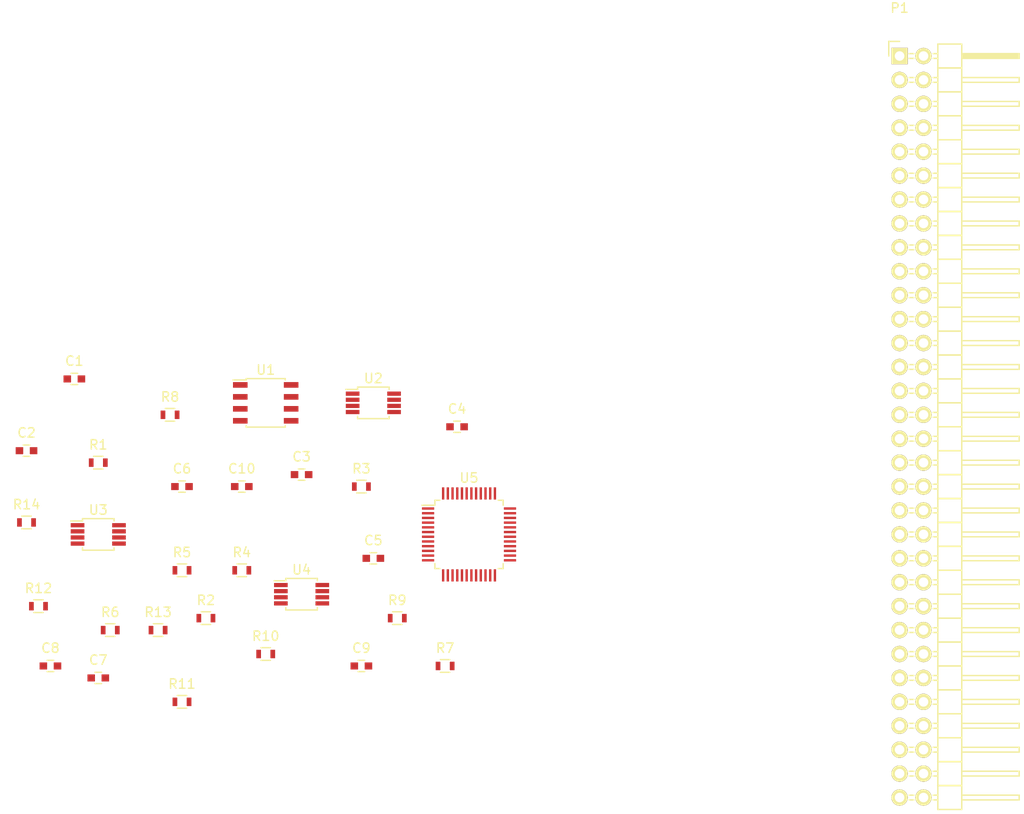
<source format=kicad_pcb>
(kicad_pcb (version 4) (host pcbnew 4.0.0-rc2-stable)

  (general
    (links 68)
    (no_connects 68)
    (area 0 0 0 0)
    (thickness 1.6)
    (drawings 0)
    (tracks 0)
    (zones 0)
    (modules 30)
    (nets 61)
  )

  (page A4)
  (title_block
    (title "Horowitz SAR Example")
    (date 2015-11-16)
    (company "Quanta Labs")
  )

  (layers
    (0 F.Cu signal)
    (31 B.Cu signal)
    (32 B.Adhes user)
    (33 F.Adhes user)
    (34 B.Paste user)
    (35 F.Paste user)
    (36 B.SilkS user)
    (37 F.SilkS user)
    (38 B.Mask user)
    (39 F.Mask user)
    (40 Dwgs.User user)
    (41 Cmts.User user)
    (42 Eco1.User user)
    (43 Eco2.User user)
    (44 Edge.Cuts user)
    (45 Margin user)
    (46 B.CrtYd user)
    (47 F.CrtYd user)
    (48 B.Fab user)
    (49 F.Fab user)
  )

  (setup
    (last_trace_width 0.152)
    (trace_clearance 0.152)
    (zone_clearance 0.508)
    (zone_45_only no)
    (trace_min 0.152)
    (segment_width 0.2)
    (edge_width 0.15)
    (via_size 0.685)
    (via_drill 0.33)
    (via_min_size 0.685)
    (via_min_drill 0.33)
    (uvia_size 0.3)
    (uvia_drill 0.1)
    (uvias_allowed no)
    (uvia_min_size 0.2)
    (uvia_min_drill 0.1)
    (pcb_text_width 0.3)
    (pcb_text_size 1.5 1.5)
    (mod_edge_width 0.15)
    (mod_text_size 1 1)
    (mod_text_width 0.15)
    (pad_size 1.524 1.524)
    (pad_drill 0.762)
    (pad_to_mask_clearance 0.2)
    (aux_axis_origin 0 0)
    (visible_elements FFFFFF7F)
    (pcbplotparams
      (layerselection 0x00030_80000001)
      (usegerberextensions false)
      (excludeedgelayer true)
      (linewidth 0.100000)
      (plotframeref false)
      (viasonmask false)
      (mode 1)
      (useauxorigin false)
      (hpglpennumber 1)
      (hpglpenspeed 20)
      (hpglpendiameter 15)
      (hpglpenoverlay 2)
      (psnegative false)
      (psa4output false)
      (plotreference true)
      (plotvalue true)
      (plotinvisibletext false)
      (padsonsilk false)
      (subtractmaskfromsilk false)
      (outputformat 1)
      (mirror false)
      (drillshape 1)
      (scaleselection 1)
      (outputdirectory ""))
  )

  (net 0 "")
  (net 1 "Net-(C1-Pad1)")
  (net 2 GND)
  (net 3 "Net-(C2-Pad1)")
  (net 4 "Net-(C3-Pad1)")
  (net 5 -2V)
  (net 6 "Net-(C4-Pad1)")
  (net 7 "Net-(C5-Pad1)")
  (net 8 "Net-(C5-Pad2)")
  (net 9 "Net-(C6-Pad1)")
  (net 10 "Net-(C7-Pad1)")
  (net 11 "Net-(C8-Pad1)")
  (net 12 "Net-(C9-Pad1)")
  (net 13 +2V5)
  (net 14 INPUT)
  (net 15 "Net-(R4-Pad2)")
  (net 16 "Net-(R5-Pad2)")
  (net 17 "Net-(R10-Pad1)")
  (net 18 "Net-(R13-Pad1)")
  (net 19 "Net-(R8-Pad2)")
  (net 20 "Net-(R10-Pad2)")
  (net 21 "Net-(R13-Pad2)")
  (net 22 +4V5)
  (net 23 "Net-(U1-Pad3)")
  (net 24 "Net-(U1-Pad5)")
  (net 25 "Net-(U1-Pad7)")
  (net 26 "Net-(U1-Pad8)")
  (net 27 "Net-(U2-Pad1)")
  (net 28 "Net-(U2-Pad8)")
  (net 29 "Net-(U3-Pad1)")
  (net 30 "Net-(U3-Pad8)")
  (net 31 "Net-(U4-Pad1)")
  (net 32 "Net-(U4-Pad5)")
  (net 33 "Net-(U4-Pad8)")
  (net 34 GNDD)
  (net 35 D0)
  (net 36 D1)
  (net 37 D2)
  (net 38 D3)
  (net 39 D4)
  (net 40 D5)
  (net 41 D6)
  (net 42 D7)
  (net 43 D8)
  (net 44 D9)
  (net 45 +3V3)
  (net 46 D10)
  (net 47 D11)
  (net 48 D12)
  (net 49 D13)
  (net 50 D14)
  (net 51 D15)
  (net 52 D16)
  (net 53 D17)
  (net 54 BUSY)
  (net 55 ~RD~)
  (net 56 ~CS~)
  (net 57 ~CNVST~)
  (net 58 "Net-(U5-Pad40)")
  (net 59 "Net-(U5-Pad45)")
  (net 60 "Net-(U5-Pad46)")

  (net_class Default "This is the default net class."
    (clearance 0.152)
    (trace_width 0.152)
    (via_dia 0.685)
    (via_drill 0.33)
    (uvia_dia 0.3)
    (uvia_drill 0.1)
    (add_net +2V5)
    (add_net +3V3)
    (add_net +4V5)
    (add_net -2V)
    (add_net BUSY)
    (add_net D0)
    (add_net D1)
    (add_net D10)
    (add_net D11)
    (add_net D12)
    (add_net D13)
    (add_net D14)
    (add_net D15)
    (add_net D16)
    (add_net D17)
    (add_net D2)
    (add_net D3)
    (add_net D4)
    (add_net D5)
    (add_net D6)
    (add_net D7)
    (add_net D8)
    (add_net D9)
    (add_net GND)
    (add_net GNDD)
    (add_net INPUT)
    (add_net "Net-(C1-Pad1)")
    (add_net "Net-(C2-Pad1)")
    (add_net "Net-(C3-Pad1)")
    (add_net "Net-(C4-Pad1)")
    (add_net "Net-(C5-Pad1)")
    (add_net "Net-(C5-Pad2)")
    (add_net "Net-(C6-Pad1)")
    (add_net "Net-(C7-Pad1)")
    (add_net "Net-(C8-Pad1)")
    (add_net "Net-(C9-Pad1)")
    (add_net "Net-(R10-Pad1)")
    (add_net "Net-(R10-Pad2)")
    (add_net "Net-(R13-Pad1)")
    (add_net "Net-(R13-Pad2)")
    (add_net "Net-(R4-Pad2)")
    (add_net "Net-(R5-Pad2)")
    (add_net "Net-(R8-Pad2)")
    (add_net "Net-(U1-Pad3)")
    (add_net "Net-(U1-Pad5)")
    (add_net "Net-(U1-Pad7)")
    (add_net "Net-(U1-Pad8)")
    (add_net "Net-(U2-Pad1)")
    (add_net "Net-(U2-Pad8)")
    (add_net "Net-(U3-Pad1)")
    (add_net "Net-(U3-Pad8)")
    (add_net "Net-(U4-Pad1)")
    (add_net "Net-(U4-Pad5)")
    (add_net "Net-(U4-Pad8)")
    (add_net "Net-(U5-Pad40)")
    (add_net "Net-(U5-Pad45)")
    (add_net "Net-(U5-Pad46)")
    (add_net ~CNVST~)
    (add_net ~CS~)
    (add_net ~RD~)
  )

  (module Capacitors_SMD:C_0603 (layer F.Cu) (tedit 5415D631) (tstamp 564BA755)
    (at 129.54 92.71)
    (descr "Capacitor SMD 0603, reflow soldering, AVX (see smccp.pdf)")
    (tags "capacitor 0603")
    (path /5646D087)
    (attr smd)
    (fp_text reference C1 (at 0 -1.9) (layer F.SilkS)
      (effects (font (size 1 1) (thickness 0.15)))
    )
    (fp_text value "0.1 uF" (at 0 1.9) (layer F.Fab)
      (effects (font (size 1 1) (thickness 0.15)))
    )
    (fp_line (start -1.45 -0.75) (end 1.45 -0.75) (layer F.CrtYd) (width 0.05))
    (fp_line (start -1.45 0.75) (end 1.45 0.75) (layer F.CrtYd) (width 0.05))
    (fp_line (start -1.45 -0.75) (end -1.45 0.75) (layer F.CrtYd) (width 0.05))
    (fp_line (start 1.45 -0.75) (end 1.45 0.75) (layer F.CrtYd) (width 0.05))
    (fp_line (start -0.35 -0.6) (end 0.35 -0.6) (layer F.SilkS) (width 0.15))
    (fp_line (start 0.35 0.6) (end -0.35 0.6) (layer F.SilkS) (width 0.15))
    (pad 1 smd rect (at -0.75 0) (size 0.8 0.75) (layers F.Cu F.Paste F.Mask)
      (net 1 "Net-(C1-Pad1)"))
    (pad 2 smd rect (at 0.75 0) (size 0.8 0.75) (layers F.Cu F.Paste F.Mask)
      (net 2 GND))
    (model Capacitors_SMD.3dshapes/C_0603.wrl
      (at (xyz 0 0 0))
      (scale (xyz 1 1 1))
      (rotate (xyz 0 0 0))
    )
  )

  (module Capacitors_SMD:C_0603 (layer F.Cu) (tedit 5415D631) (tstamp 564BA75B)
    (at 124.46 100.33)
    (descr "Capacitor SMD 0603, reflow soldering, AVX (see smccp.pdf)")
    (tags "capacitor 0603")
    (path /5647B0B9)
    (attr smd)
    (fp_text reference C2 (at 0 -1.9) (layer F.SilkS)
      (effects (font (size 1 1) (thickness 0.15)))
    )
    (fp_text value "100 pF" (at 0 1.9) (layer F.Fab)
      (effects (font (size 1 1) (thickness 0.15)))
    )
    (fp_line (start -1.45 -0.75) (end 1.45 -0.75) (layer F.CrtYd) (width 0.05))
    (fp_line (start -1.45 0.75) (end 1.45 0.75) (layer F.CrtYd) (width 0.05))
    (fp_line (start -1.45 -0.75) (end -1.45 0.75) (layer F.CrtYd) (width 0.05))
    (fp_line (start 1.45 -0.75) (end 1.45 0.75) (layer F.CrtYd) (width 0.05))
    (fp_line (start -0.35 -0.6) (end 0.35 -0.6) (layer F.SilkS) (width 0.15))
    (fp_line (start 0.35 0.6) (end -0.35 0.6) (layer F.SilkS) (width 0.15))
    (pad 1 smd rect (at -0.75 0) (size 0.8 0.75) (layers F.Cu F.Paste F.Mask)
      (net 3 "Net-(C2-Pad1)"))
    (pad 2 smd rect (at 0.75 0) (size 0.8 0.75) (layers F.Cu F.Paste F.Mask)
      (net 2 GND))
    (model Capacitors_SMD.3dshapes/C_0603.wrl
      (at (xyz 0 0 0))
      (scale (xyz 1 1 1))
      (rotate (xyz 0 0 0))
    )
  )

  (module Capacitors_SMD:C_0603 (layer F.Cu) (tedit 5415D631) (tstamp 564BA761)
    (at 153.67 102.87)
    (descr "Capacitor SMD 0603, reflow soldering, AVX (see smccp.pdf)")
    (tags "capacitor 0603")
    (path /5646A65B)
    (attr smd)
    (fp_text reference C3 (at 0 -1.9) (layer F.SilkS)
      (effects (font (size 1 1) (thickness 0.15)))
    )
    (fp_text value "10 pF" (at 0 1.9) (layer F.Fab)
      (effects (font (size 1 1) (thickness 0.15)))
    )
    (fp_line (start -1.45 -0.75) (end 1.45 -0.75) (layer F.CrtYd) (width 0.05))
    (fp_line (start -1.45 0.75) (end 1.45 0.75) (layer F.CrtYd) (width 0.05))
    (fp_line (start -1.45 -0.75) (end -1.45 0.75) (layer F.CrtYd) (width 0.05))
    (fp_line (start 1.45 -0.75) (end 1.45 0.75) (layer F.CrtYd) (width 0.05))
    (fp_line (start -0.35 -0.6) (end 0.35 -0.6) (layer F.SilkS) (width 0.15))
    (fp_line (start 0.35 0.6) (end -0.35 0.6) (layer F.SilkS) (width 0.15))
    (pad 1 smd rect (at -0.75 0) (size 0.8 0.75) (layers F.Cu F.Paste F.Mask)
      (net 4 "Net-(C3-Pad1)"))
    (pad 2 smd rect (at 0.75 0) (size 0.8 0.75) (layers F.Cu F.Paste F.Mask)
      (net 5 -2V))
    (model Capacitors_SMD.3dshapes/C_0603.wrl
      (at (xyz 0 0 0))
      (scale (xyz 1 1 1))
      (rotate (xyz 0 0 0))
    )
  )

  (module Capacitors_SMD:C_0603 (layer F.Cu) (tedit 5415D631) (tstamp 564BA767)
    (at 170.18 97.79)
    (descr "Capacitor SMD 0603, reflow soldering, AVX (see smccp.pdf)")
    (tags "capacitor 0603")
    (path /56474C47)
    (attr smd)
    (fp_text reference C4 (at 0 -1.9) (layer F.SilkS)
      (effects (font (size 1 1) (thickness 0.15)))
    )
    (fp_text value "10 pF" (at 0 1.9) (layer F.Fab)
      (effects (font (size 1 1) (thickness 0.15)))
    )
    (fp_line (start -1.45 -0.75) (end 1.45 -0.75) (layer F.CrtYd) (width 0.05))
    (fp_line (start -1.45 0.75) (end 1.45 0.75) (layer F.CrtYd) (width 0.05))
    (fp_line (start -1.45 -0.75) (end -1.45 0.75) (layer F.CrtYd) (width 0.05))
    (fp_line (start 1.45 -0.75) (end 1.45 0.75) (layer F.CrtYd) (width 0.05))
    (fp_line (start -0.35 -0.6) (end 0.35 -0.6) (layer F.SilkS) (width 0.15))
    (fp_line (start 0.35 0.6) (end -0.35 0.6) (layer F.SilkS) (width 0.15))
    (pad 1 smd rect (at -0.75 0) (size 0.8 0.75) (layers F.Cu F.Paste F.Mask)
      (net 6 "Net-(C4-Pad1)"))
    (pad 2 smd rect (at 0.75 0) (size 0.8 0.75) (layers F.Cu F.Paste F.Mask)
      (net 5 -2V))
    (model Capacitors_SMD.3dshapes/C_0603.wrl
      (at (xyz 0 0 0))
      (scale (xyz 1 1 1))
      (rotate (xyz 0 0 0))
    )
  )

  (module Capacitors_SMD:C_0603 (layer F.Cu) (tedit 5415D631) (tstamp 564BA76D)
    (at 161.29 111.76)
    (descr "Capacitor SMD 0603, reflow soldering, AVX (see smccp.pdf)")
    (tags "capacitor 0603")
    (path /5646D53D)
    (attr smd)
    (fp_text reference C5 (at 0 -1.9) (layer F.SilkS)
      (effects (font (size 1 1) (thickness 0.15)))
    )
    (fp_text value "33 pF" (at 0 1.9) (layer F.Fab)
      (effects (font (size 1 1) (thickness 0.15)))
    )
    (fp_line (start -1.45 -0.75) (end 1.45 -0.75) (layer F.CrtYd) (width 0.05))
    (fp_line (start -1.45 0.75) (end 1.45 0.75) (layer F.CrtYd) (width 0.05))
    (fp_line (start -1.45 -0.75) (end -1.45 0.75) (layer F.CrtYd) (width 0.05))
    (fp_line (start 1.45 -0.75) (end 1.45 0.75) (layer F.CrtYd) (width 0.05))
    (fp_line (start -0.35 -0.6) (end 0.35 -0.6) (layer F.SilkS) (width 0.15))
    (fp_line (start 0.35 0.6) (end -0.35 0.6) (layer F.SilkS) (width 0.15))
    (pad 1 smd rect (at -0.75 0) (size 0.8 0.75) (layers F.Cu F.Paste F.Mask)
      (net 7 "Net-(C5-Pad1)"))
    (pad 2 smd rect (at 0.75 0) (size 0.8 0.75) (layers F.Cu F.Paste F.Mask)
      (net 8 "Net-(C5-Pad2)"))
    (model Capacitors_SMD.3dshapes/C_0603.wrl
      (at (xyz 0 0 0))
      (scale (xyz 1 1 1))
      (rotate (xyz 0 0 0))
    )
  )

  (module Capacitors_SMD:C_0603 (layer F.Cu) (tedit 5415D631) (tstamp 564BA773)
    (at 140.97 104.14)
    (descr "Capacitor SMD 0603, reflow soldering, AVX (see smccp.pdf)")
    (tags "capacitor 0603")
    (path /564ACD16)
    (attr smd)
    (fp_text reference C6 (at 0 -1.9) (layer F.SilkS)
      (effects (font (size 1 1) (thickness 0.15)))
    )
    (fp_text value "1 uF" (at 0 1.9) (layer F.Fab)
      (effects (font (size 1 1) (thickness 0.15)))
    )
    (fp_line (start -1.45 -0.75) (end 1.45 -0.75) (layer F.CrtYd) (width 0.05))
    (fp_line (start -1.45 0.75) (end 1.45 0.75) (layer F.CrtYd) (width 0.05))
    (fp_line (start -1.45 -0.75) (end -1.45 0.75) (layer F.CrtYd) (width 0.05))
    (fp_line (start 1.45 -0.75) (end 1.45 0.75) (layer F.CrtYd) (width 0.05))
    (fp_line (start -0.35 -0.6) (end 0.35 -0.6) (layer F.SilkS) (width 0.15))
    (fp_line (start 0.35 0.6) (end -0.35 0.6) (layer F.SilkS) (width 0.15))
    (pad 1 smd rect (at -0.75 0) (size 0.8 0.75) (layers F.Cu F.Paste F.Mask)
      (net 9 "Net-(C6-Pad1)"))
    (pad 2 smd rect (at 0.75 0) (size 0.8 0.75) (layers F.Cu F.Paste F.Mask)
      (net 2 GND))
    (model Capacitors_SMD.3dshapes/C_0603.wrl
      (at (xyz 0 0 0))
      (scale (xyz 1 1 1))
      (rotate (xyz 0 0 0))
    )
  )

  (module Capacitors_SMD:C_0603 (layer F.Cu) (tedit 5415D631) (tstamp 564BA779)
    (at 132.08 124.46)
    (descr "Capacitor SMD 0603, reflow soldering, AVX (see smccp.pdf)")
    (tags "capacitor 0603")
    (path /5648E8C3)
    (attr smd)
    (fp_text reference C7 (at 0 -1.9) (layer F.SilkS)
      (effects (font (size 1 1) (thickness 0.15)))
    )
    (fp_text value "2.7 nF" (at 0 1.9) (layer F.Fab)
      (effects (font (size 1 1) (thickness 0.15)))
    )
    (fp_line (start -1.45 -0.75) (end 1.45 -0.75) (layer F.CrtYd) (width 0.05))
    (fp_line (start -1.45 0.75) (end 1.45 0.75) (layer F.CrtYd) (width 0.05))
    (fp_line (start -1.45 -0.75) (end -1.45 0.75) (layer F.CrtYd) (width 0.05))
    (fp_line (start 1.45 -0.75) (end 1.45 0.75) (layer F.CrtYd) (width 0.05))
    (fp_line (start -0.35 -0.6) (end 0.35 -0.6) (layer F.SilkS) (width 0.15))
    (fp_line (start 0.35 0.6) (end -0.35 0.6) (layer F.SilkS) (width 0.15))
    (pad 1 smd rect (at -0.75 0) (size 0.8 0.75) (layers F.Cu F.Paste F.Mask)
      (net 10 "Net-(C7-Pad1)"))
    (pad 2 smd rect (at 0.75 0) (size 0.8 0.75) (layers F.Cu F.Paste F.Mask)
      (net 2 GND))
    (model Capacitors_SMD.3dshapes/C_0603.wrl
      (at (xyz 0 0 0))
      (scale (xyz 1 1 1))
      (rotate (xyz 0 0 0))
    )
  )

  (module Capacitors_SMD:C_0603 (layer F.Cu) (tedit 5415D631) (tstamp 564BA77F)
    (at 127 123.19)
    (descr "Capacitor SMD 0603, reflow soldering, AVX (see smccp.pdf)")
    (tags "capacitor 0603")
    (path /56482A39)
    (attr smd)
    (fp_text reference C8 (at 0 -1.9) (layer F.SilkS)
      (effects (font (size 1 1) (thickness 0.15)))
    )
    (fp_text value "2.7 nF" (at 0 1.9) (layer F.Fab)
      (effects (font (size 1 1) (thickness 0.15)))
    )
    (fp_line (start -1.45 -0.75) (end 1.45 -0.75) (layer F.CrtYd) (width 0.05))
    (fp_line (start -1.45 0.75) (end 1.45 0.75) (layer F.CrtYd) (width 0.05))
    (fp_line (start -1.45 -0.75) (end -1.45 0.75) (layer F.CrtYd) (width 0.05))
    (fp_line (start 1.45 -0.75) (end 1.45 0.75) (layer F.CrtYd) (width 0.05))
    (fp_line (start -0.35 -0.6) (end 0.35 -0.6) (layer F.SilkS) (width 0.15))
    (fp_line (start 0.35 0.6) (end -0.35 0.6) (layer F.SilkS) (width 0.15))
    (pad 1 smd rect (at -0.75 0) (size 0.8 0.75) (layers F.Cu F.Paste F.Mask)
      (net 11 "Net-(C8-Pad1)"))
    (pad 2 smd rect (at 0.75 0) (size 0.8 0.75) (layers F.Cu F.Paste F.Mask)
      (net 2 GND))
    (model Capacitors_SMD.3dshapes/C_0603.wrl
      (at (xyz 0 0 0))
      (scale (xyz 1 1 1))
      (rotate (xyz 0 0 0))
    )
  )

  (module Capacitors_SMD:C_0603 (layer F.Cu) (tedit 5415D631) (tstamp 564BA785)
    (at 160.02 123.19)
    (descr "Capacitor SMD 0603, reflow soldering, AVX (see smccp.pdf)")
    (tags "capacitor 0603")
    (path /5648D923)
    (attr smd)
    (fp_text reference C9 (at 0 -1.9) (layer F.SilkS)
      (effects (font (size 1 1) (thickness 0.15)))
    )
    (fp_text value "10 uF" (at 0 1.9) (layer F.Fab)
      (effects (font (size 1 1) (thickness 0.15)))
    )
    (fp_line (start -1.45 -0.75) (end 1.45 -0.75) (layer F.CrtYd) (width 0.05))
    (fp_line (start -1.45 0.75) (end 1.45 0.75) (layer F.CrtYd) (width 0.05))
    (fp_line (start -1.45 -0.75) (end -1.45 0.75) (layer F.CrtYd) (width 0.05))
    (fp_line (start 1.45 -0.75) (end 1.45 0.75) (layer F.CrtYd) (width 0.05))
    (fp_line (start -0.35 -0.6) (end 0.35 -0.6) (layer F.SilkS) (width 0.15))
    (fp_line (start 0.35 0.6) (end -0.35 0.6) (layer F.SilkS) (width 0.15))
    (pad 1 smd rect (at -0.75 0) (size 0.8 0.75) (layers F.Cu F.Paste F.Mask)
      (net 12 "Net-(C9-Pad1)"))
    (pad 2 smd rect (at 0.75 0) (size 0.8 0.75) (layers F.Cu F.Paste F.Mask)
      (net 2 GND))
    (model Capacitors_SMD.3dshapes/C_0603.wrl
      (at (xyz 0 0 0))
      (scale (xyz 1 1 1))
      (rotate (xyz 0 0 0))
    )
  )

  (module Capacitors_SMD:C_0603 (layer F.Cu) (tedit 5415D631) (tstamp 564BA78B)
    (at 147.32 104.14)
    (descr "Capacitor SMD 0603, reflow soldering, AVX (see smccp.pdf)")
    (tags "capacitor 0603")
    (path /564874B2)
    (attr smd)
    (fp_text reference C10 (at 0 -1.9) (layer F.SilkS)
      (effects (font (size 1 1) (thickness 0.15)))
    )
    (fp_text value "0.1 uF" (at 0 1.9) (layer F.Fab)
      (effects (font (size 1 1) (thickness 0.15)))
    )
    (fp_line (start -1.45 -0.75) (end 1.45 -0.75) (layer F.CrtYd) (width 0.05))
    (fp_line (start -1.45 0.75) (end 1.45 0.75) (layer F.CrtYd) (width 0.05))
    (fp_line (start -1.45 -0.75) (end -1.45 0.75) (layer F.CrtYd) (width 0.05))
    (fp_line (start 1.45 -0.75) (end 1.45 0.75) (layer F.CrtYd) (width 0.05))
    (fp_line (start -0.35 -0.6) (end 0.35 -0.6) (layer F.SilkS) (width 0.15))
    (fp_line (start 0.35 0.6) (end -0.35 0.6) (layer F.SilkS) (width 0.15))
    (pad 1 smd rect (at -0.75 0) (size 0.8 0.75) (layers F.Cu F.Paste F.Mask)
      (net 13 +2V5))
    (pad 2 smd rect (at 0.75 0) (size 0.8 0.75) (layers F.Cu F.Paste F.Mask)
      (net 2 GND))
    (model Capacitors_SMD.3dshapes/C_0603.wrl
      (at (xyz 0 0 0))
      (scale (xyz 1 1 1))
      (rotate (xyz 0 0 0))
    )
  )

  (module Pin_Headers:Pin_Header_Angled_2x32 (layer F.Cu) (tedit 0) (tstamp 564BA7CF)
    (at 217.17 58.42)
    (descr "Through hole pin header")
    (tags "pin header")
    (path /564EB602)
    (fp_text reference P1 (at 0 -5.1) (layer F.SilkS)
      (effects (font (size 1 1) (thickness 0.15)))
    )
    (fp_text value C64AC (at 0 -3.1) (layer F.Fab)
      (effects (font (size 1 1) (thickness 0.15)))
    )
    (fp_line (start -1.35 -1.75) (end -1.35 80.5) (layer F.CrtYd) (width 0.05))
    (fp_line (start 13.2 -1.75) (end 13.2 80.5) (layer F.CrtYd) (width 0.05))
    (fp_line (start -1.35 -1.75) (end 13.2 -1.75) (layer F.CrtYd) (width 0.05))
    (fp_line (start -1.35 80.5) (end 13.2 80.5) (layer F.CrtYd) (width 0.05))
    (fp_line (start 1.524 -0.254) (end 1.016 -0.254) (layer F.SilkS) (width 0.15))
    (fp_line (start 1.524 0.254) (end 1.016 0.254) (layer F.SilkS) (width 0.15))
    (fp_line (start 1.524 2.286) (end 1.016 2.286) (layer F.SilkS) (width 0.15))
    (fp_line (start 1.524 2.794) (end 1.016 2.794) (layer F.SilkS) (width 0.15))
    (fp_line (start 1.524 7.874) (end 1.016 7.874) (layer F.SilkS) (width 0.15))
    (fp_line (start 1.524 7.366) (end 1.016 7.366) (layer F.SilkS) (width 0.15))
    (fp_line (start 1.524 5.334) (end 1.016 5.334) (layer F.SilkS) (width 0.15))
    (fp_line (start 1.524 4.826) (end 1.016 4.826) (layer F.SilkS) (width 0.15))
    (fp_line (start 1.524 25.146) (end 1.016 25.146) (layer F.SilkS) (width 0.15))
    (fp_line (start 1.524 25.654) (end 1.016 25.654) (layer F.SilkS) (width 0.15))
    (fp_line (start 1.524 27.686) (end 1.016 27.686) (layer F.SilkS) (width 0.15))
    (fp_line (start 1.524 28.194) (end 1.016 28.194) (layer F.SilkS) (width 0.15))
    (fp_line (start 1.524 23.114) (end 1.016 23.114) (layer F.SilkS) (width 0.15))
    (fp_line (start 1.524 22.606) (end 1.016 22.606) (layer F.SilkS) (width 0.15))
    (fp_line (start 1.524 20.574) (end 1.016 20.574) (layer F.SilkS) (width 0.15))
    (fp_line (start 1.524 20.066) (end 1.016 20.066) (layer F.SilkS) (width 0.15))
    (fp_line (start 1.524 9.906) (end 1.016 9.906) (layer F.SilkS) (width 0.15))
    (fp_line (start 1.524 10.414) (end 1.016 10.414) (layer F.SilkS) (width 0.15))
    (fp_line (start 1.524 12.446) (end 1.016 12.446) (layer F.SilkS) (width 0.15))
    (fp_line (start 1.524 12.954) (end 1.016 12.954) (layer F.SilkS) (width 0.15))
    (fp_line (start 1.524 18.034) (end 1.016 18.034) (layer F.SilkS) (width 0.15))
    (fp_line (start 1.524 17.526) (end 1.016 17.526) (layer F.SilkS) (width 0.15))
    (fp_line (start 1.524 15.494) (end 1.016 15.494) (layer F.SilkS) (width 0.15))
    (fp_line (start 1.524 14.986) (end 1.016 14.986) (layer F.SilkS) (width 0.15))
    (fp_line (start 1.524 55.626) (end 1.016 55.626) (layer F.SilkS) (width 0.15))
    (fp_line (start 1.524 56.134) (end 1.016 56.134) (layer F.SilkS) (width 0.15))
    (fp_line (start 1.524 58.166) (end 1.016 58.166) (layer F.SilkS) (width 0.15))
    (fp_line (start 1.524 58.674) (end 1.016 58.674) (layer F.SilkS) (width 0.15))
    (fp_line (start 1.524 53.594) (end 1.016 53.594) (layer F.SilkS) (width 0.15))
    (fp_line (start 1.524 53.086) (end 1.016 53.086) (layer F.SilkS) (width 0.15))
    (fp_line (start 1.524 51.054) (end 1.016 51.054) (layer F.SilkS) (width 0.15))
    (fp_line (start 1.524 50.546) (end 1.016 50.546) (layer F.SilkS) (width 0.15))
    (fp_line (start 1.524 60.706) (end 1.016 60.706) (layer F.SilkS) (width 0.15))
    (fp_line (start 1.524 61.214) (end 1.016 61.214) (layer F.SilkS) (width 0.15))
    (fp_line (start 1.524 63.246) (end 1.016 63.246) (layer F.SilkS) (width 0.15))
    (fp_line (start 1.524 63.754) (end 1.016 63.754) (layer F.SilkS) (width 0.15))
    (fp_line (start 1.524 68.834) (end 1.016 68.834) (layer F.SilkS) (width 0.15))
    (fp_line (start 1.524 68.326) (end 1.016 68.326) (layer F.SilkS) (width 0.15))
    (fp_line (start 1.524 66.294) (end 1.016 66.294) (layer F.SilkS) (width 0.15))
    (fp_line (start 1.524 65.786) (end 1.016 65.786) (layer F.SilkS) (width 0.15))
    (fp_line (start 1.524 45.466) (end 1.016 45.466) (layer F.SilkS) (width 0.15))
    (fp_line (start 1.524 45.974) (end 1.016 45.974) (layer F.SilkS) (width 0.15))
    (fp_line (start 1.524 48.006) (end 1.016 48.006) (layer F.SilkS) (width 0.15))
    (fp_line (start 1.524 48.514) (end 1.016 48.514) (layer F.SilkS) (width 0.15))
    (fp_line (start 1.524 43.434) (end 1.016 43.434) (layer F.SilkS) (width 0.15))
    (fp_line (start 1.524 42.926) (end 1.016 42.926) (layer F.SilkS) (width 0.15))
    (fp_line (start 1.524 40.894) (end 1.016 40.894) (layer F.SilkS) (width 0.15))
    (fp_line (start 1.524 40.386) (end 1.016 40.386) (layer F.SilkS) (width 0.15))
    (fp_line (start 1.524 30.226) (end 1.016 30.226) (layer F.SilkS) (width 0.15))
    (fp_line (start 1.524 30.734) (end 1.016 30.734) (layer F.SilkS) (width 0.15))
    (fp_line (start 1.524 32.766) (end 1.016 32.766) (layer F.SilkS) (width 0.15))
    (fp_line (start 1.524 33.274) (end 1.016 33.274) (layer F.SilkS) (width 0.15))
    (fp_line (start 1.524 38.354) (end 1.016 38.354) (layer F.SilkS) (width 0.15))
    (fp_line (start 1.524 37.846) (end 1.016 37.846) (layer F.SilkS) (width 0.15))
    (fp_line (start 1.524 35.814) (end 1.016 35.814) (layer F.SilkS) (width 0.15))
    (fp_line (start 1.524 35.306) (end 1.016 35.306) (layer F.SilkS) (width 0.15))
    (fp_line (start 1.524 70.866) (end 1.016 70.866) (layer F.SilkS) (width 0.15))
    (fp_line (start 1.524 71.374) (end 1.016 71.374) (layer F.SilkS) (width 0.15))
    (fp_line (start 1.524 73.406) (end 1.016 73.406) (layer F.SilkS) (width 0.15))
    (fp_line (start 1.524 73.914) (end 1.016 73.914) (layer F.SilkS) (width 0.15))
    (fp_line (start 1.524 78.994) (end 1.016 78.994) (layer F.SilkS) (width 0.15))
    (fp_line (start 1.524 78.486) (end 1.016 78.486) (layer F.SilkS) (width 0.15))
    (fp_line (start 1.524 76.454) (end 1.016 76.454) (layer F.SilkS) (width 0.15))
    (fp_line (start 1.524 75.946) (end 1.016 75.946) (layer F.SilkS) (width 0.15))
    (fp_line (start 4.064 45.466) (end 3.556 45.466) (layer F.SilkS) (width 0.15))
    (fp_line (start 4.064 45.974) (end 3.556 45.974) (layer F.SilkS) (width 0.15))
    (fp_line (start 4.064 48.006) (end 3.556 48.006) (layer F.SilkS) (width 0.15))
    (fp_line (start 4.064 48.514) (end 3.556 48.514) (layer F.SilkS) (width 0.15))
    (fp_line (start 4.064 43.434) (end 3.556 43.434) (layer F.SilkS) (width 0.15))
    (fp_line (start 4.064 42.926) (end 3.556 42.926) (layer F.SilkS) (width 0.15))
    (fp_line (start 4.064 40.894) (end 3.556 40.894) (layer F.SilkS) (width 0.15))
    (fp_line (start 4.064 40.386) (end 3.556 40.386) (layer F.SilkS) (width 0.15))
    (fp_line (start 4.064 50.546) (end 3.556 50.546) (layer F.SilkS) (width 0.15))
    (fp_line (start 4.064 51.054) (end 3.556 51.054) (layer F.SilkS) (width 0.15))
    (fp_line (start 4.064 53.086) (end 3.556 53.086) (layer F.SilkS) (width 0.15))
    (fp_line (start 4.064 53.594) (end 3.556 53.594) (layer F.SilkS) (width 0.15))
    (fp_line (start 4.064 58.674) (end 3.556 58.674) (layer F.SilkS) (width 0.15))
    (fp_line (start 4.064 58.166) (end 3.556 58.166) (layer F.SilkS) (width 0.15))
    (fp_line (start 4.064 56.134) (end 3.556 56.134) (layer F.SilkS) (width 0.15))
    (fp_line (start 4.064 55.626) (end 3.556 55.626) (layer F.SilkS) (width 0.15))
    (fp_line (start 4.064 75.946) (end 3.556 75.946) (layer F.SilkS) (width 0.15))
    (fp_line (start 4.064 76.454) (end 3.556 76.454) (layer F.SilkS) (width 0.15))
    (fp_line (start 4.064 78.486) (end 3.556 78.486) (layer F.SilkS) (width 0.15))
    (fp_line (start 4.064 78.994) (end 3.556 78.994) (layer F.SilkS) (width 0.15))
    (fp_line (start 4.064 73.914) (end 3.556 73.914) (layer F.SilkS) (width 0.15))
    (fp_line (start 4.064 73.406) (end 3.556 73.406) (layer F.SilkS) (width 0.15))
    (fp_line (start 4.064 71.374) (end 3.556 71.374) (layer F.SilkS) (width 0.15))
    (fp_line (start 4.064 70.866) (end 3.556 70.866) (layer F.SilkS) (width 0.15))
    (fp_line (start 4.064 60.706) (end 3.556 60.706) (layer F.SilkS) (width 0.15))
    (fp_line (start 4.064 61.214) (end 3.556 61.214) (layer F.SilkS) (width 0.15))
    (fp_line (start 4.064 63.246) (end 3.556 63.246) (layer F.SilkS) (width 0.15))
    (fp_line (start 4.064 63.754) (end 3.556 63.754) (layer F.SilkS) (width 0.15))
    (fp_line (start 4.064 68.834) (end 3.556 68.834) (layer F.SilkS) (width 0.15))
    (fp_line (start 4.064 68.326) (end 3.556 68.326) (layer F.SilkS) (width 0.15))
    (fp_line (start 4.064 66.294) (end 3.556 66.294) (layer F.SilkS) (width 0.15))
    (fp_line (start 4.064 65.786) (end 3.556 65.786) (layer F.SilkS) (width 0.15))
    (fp_line (start 4.064 25.146) (end 3.556 25.146) (layer F.SilkS) (width 0.15))
    (fp_line (start 4.064 25.654) (end 3.556 25.654) (layer F.SilkS) (width 0.15))
    (fp_line (start 4.064 27.686) (end 3.556 27.686) (layer F.SilkS) (width 0.15))
    (fp_line (start 4.064 28.194) (end 3.556 28.194) (layer F.SilkS) (width 0.15))
    (fp_line (start 4.064 23.114) (end 3.556 23.114) (layer F.SilkS) (width 0.15))
    (fp_line (start 4.064 22.606) (end 3.556 22.606) (layer F.SilkS) (width 0.15))
    (fp_line (start 4.064 20.574) (end 3.556 20.574) (layer F.SilkS) (width 0.15))
    (fp_line (start 4.064 20.066) (end 3.556 20.066) (layer F.SilkS) (width 0.15))
    (fp_line (start 4.064 30.226) (end 3.556 30.226) (layer F.SilkS) (width 0.15))
    (fp_line (start 4.064 30.734) (end 3.556 30.734) (layer F.SilkS) (width 0.15))
    (fp_line (start 4.064 32.766) (end 3.556 32.766) (layer F.SilkS) (width 0.15))
    (fp_line (start 4.064 33.274) (end 3.556 33.274) (layer F.SilkS) (width 0.15))
    (fp_line (start 4.064 38.354) (end 3.556 38.354) (layer F.SilkS) (width 0.15))
    (fp_line (start 4.064 37.846) (end 3.556 37.846) (layer F.SilkS) (width 0.15))
    (fp_line (start 4.064 35.814) (end 3.556 35.814) (layer F.SilkS) (width 0.15))
    (fp_line (start 4.064 35.306) (end 3.556 35.306) (layer F.SilkS) (width 0.15))
    (fp_line (start 4.064 14.986) (end 3.556 14.986) (layer F.SilkS) (width 0.15))
    (fp_line (start 4.064 15.494) (end 3.556 15.494) (layer F.SilkS) (width 0.15))
    (fp_line (start 4.064 17.526) (end 3.556 17.526) (layer F.SilkS) (width 0.15))
    (fp_line (start 4.064 18.034) (end 3.556 18.034) (layer F.SilkS) (width 0.15))
    (fp_line (start 4.064 12.954) (end 3.556 12.954) (layer F.SilkS) (width 0.15))
    (fp_line (start 4.064 12.446) (end 3.556 12.446) (layer F.SilkS) (width 0.15))
    (fp_line (start 4.064 10.414) (end 3.556 10.414) (layer F.SilkS) (width 0.15))
    (fp_line (start 4.064 9.906) (end 3.556 9.906) (layer F.SilkS) (width 0.15))
    (fp_line (start 4.064 -0.254) (end 3.556 -0.254) (layer F.SilkS) (width 0.15))
    (fp_line (start 4.064 0.254) (end 3.556 0.254) (layer F.SilkS) (width 0.15))
    (fp_line (start 4.064 2.286) (end 3.556 2.286) (layer F.SilkS) (width 0.15))
    (fp_line (start 4.064 2.794) (end 3.556 2.794) (layer F.SilkS) (width 0.15))
    (fp_line (start 4.064 7.874) (end 3.556 7.874) (layer F.SilkS) (width 0.15))
    (fp_line (start 4.064 7.366) (end 3.556 7.366) (layer F.SilkS) (width 0.15))
    (fp_line (start 4.064 5.334) (end 3.556 5.334) (layer F.SilkS) (width 0.15))
    (fp_line (start 4.064 4.826) (end 3.556 4.826) (layer F.SilkS) (width 0.15))
    (fp_line (start 0 -1.55) (end -1.15 -1.55) (layer F.SilkS) (width 0.15))
    (fp_line (start -1.15 -1.55) (end -1.15 0) (layer F.SilkS) (width 0.15))
    (fp_line (start 6.604 -0.127) (end 12.573 -0.127) (layer F.SilkS) (width 0.15))
    (fp_line (start 12.573 -0.127) (end 12.573 0.127) (layer F.SilkS) (width 0.15))
    (fp_line (start 12.573 0.127) (end 6.731 0.127) (layer F.SilkS) (width 0.15))
    (fp_line (start 6.731 0.127) (end 6.731 0) (layer F.SilkS) (width 0.15))
    (fp_line (start 6.731 0) (end 12.573 0) (layer F.SilkS) (width 0.15))
    (fp_line (start 4.064 39.37) (end 6.604 39.37) (layer F.SilkS) (width 0.15))
    (fp_line (start 4.064 39.37) (end 4.064 41.91) (layer F.SilkS) (width 0.15))
    (fp_line (start 4.064 41.91) (end 6.604 41.91) (layer F.SilkS) (width 0.15))
    (fp_line (start 6.604 40.386) (end 12.7 40.386) (layer F.SilkS) (width 0.15))
    (fp_line (start 12.7 40.386) (end 12.7 40.894) (layer F.SilkS) (width 0.15))
    (fp_line (start 12.7 40.894) (end 6.604 40.894) (layer F.SilkS) (width 0.15))
    (fp_line (start 6.604 41.91) (end 6.604 39.37) (layer F.SilkS) (width 0.15))
    (fp_line (start 6.604 44.45) (end 6.604 41.91) (layer F.SilkS) (width 0.15))
    (fp_line (start 12.7 43.434) (end 6.604 43.434) (layer F.SilkS) (width 0.15))
    (fp_line (start 12.7 42.926) (end 12.7 43.434) (layer F.SilkS) (width 0.15))
    (fp_line (start 6.604 42.926) (end 12.7 42.926) (layer F.SilkS) (width 0.15))
    (fp_line (start 4.064 44.45) (end 6.604 44.45) (layer F.SilkS) (width 0.15))
    (fp_line (start 4.064 41.91) (end 4.064 44.45) (layer F.SilkS) (width 0.15))
    (fp_line (start 4.064 41.91) (end 6.604 41.91) (layer F.SilkS) (width 0.15))
    (fp_line (start 4.064 46.99) (end 6.604 46.99) (layer F.SilkS) (width 0.15))
    (fp_line (start 4.064 46.99) (end 4.064 49.53) (layer F.SilkS) (width 0.15))
    (fp_line (start 4.064 49.53) (end 6.604 49.53) (layer F.SilkS) (width 0.15))
    (fp_line (start 6.604 48.006) (end 12.7 48.006) (layer F.SilkS) (width 0.15))
    (fp_line (start 12.7 48.006) (end 12.7 48.514) (layer F.SilkS) (width 0.15))
    (fp_line (start 12.7 48.514) (end 6.604 48.514) (layer F.SilkS) (width 0.15))
    (fp_line (start 6.604 49.53) (end 6.604 46.99) (layer F.SilkS) (width 0.15))
    (fp_line (start 6.604 46.99) (end 6.604 44.45) (layer F.SilkS) (width 0.15))
    (fp_line (start 12.7 45.974) (end 6.604 45.974) (layer F.SilkS) (width 0.15))
    (fp_line (start 12.7 45.466) (end 12.7 45.974) (layer F.SilkS) (width 0.15))
    (fp_line (start 6.604 45.466) (end 12.7 45.466) (layer F.SilkS) (width 0.15))
    (fp_line (start 4.064 46.99) (end 6.604 46.99) (layer F.SilkS) (width 0.15))
    (fp_line (start 4.064 44.45) (end 4.064 46.99) (layer F.SilkS) (width 0.15))
    (fp_line (start 4.064 44.45) (end 6.604 44.45) (layer F.SilkS) (width 0.15))
    (fp_line (start 4.064 54.61) (end 6.604 54.61) (layer F.SilkS) (width 0.15))
    (fp_line (start 4.064 54.61) (end 4.064 57.15) (layer F.SilkS) (width 0.15))
    (fp_line (start 4.064 57.15) (end 6.604 57.15) (layer F.SilkS) (width 0.15))
    (fp_line (start 6.604 55.626) (end 12.7 55.626) (layer F.SilkS) (width 0.15))
    (fp_line (start 12.7 55.626) (end 12.7 56.134) (layer F.SilkS) (width 0.15))
    (fp_line (start 12.7 56.134) (end 6.604 56.134) (layer F.SilkS) (width 0.15))
    (fp_line (start 6.604 57.15) (end 6.604 54.61) (layer F.SilkS) (width 0.15))
    (fp_line (start 6.604 59.69) (end 6.604 57.15) (layer F.SilkS) (width 0.15))
    (fp_line (start 12.7 58.674) (end 6.604 58.674) (layer F.SilkS) (width 0.15))
    (fp_line (start 12.7 58.166) (end 12.7 58.674) (layer F.SilkS) (width 0.15))
    (fp_line (start 6.604 58.166) (end 12.7 58.166) (layer F.SilkS) (width 0.15))
    (fp_line (start 4.064 59.69) (end 6.604 59.69) (layer F.SilkS) (width 0.15))
    (fp_line (start 4.064 57.15) (end 4.064 59.69) (layer F.SilkS) (width 0.15))
    (fp_line (start 4.064 57.15) (end 6.604 57.15) (layer F.SilkS) (width 0.15))
    (fp_line (start 4.064 52.07) (end 6.604 52.07) (layer F.SilkS) (width 0.15))
    (fp_line (start 4.064 52.07) (end 4.064 54.61) (layer F.SilkS) (width 0.15))
    (fp_line (start 4.064 54.61) (end 6.604 54.61) (layer F.SilkS) (width 0.15))
    (fp_line (start 6.604 53.086) (end 12.7 53.086) (layer F.SilkS) (width 0.15))
    (fp_line (start 12.7 53.086) (end 12.7 53.594) (layer F.SilkS) (width 0.15))
    (fp_line (start 12.7 53.594) (end 6.604 53.594) (layer F.SilkS) (width 0.15))
    (fp_line (start 6.604 54.61) (end 6.604 52.07) (layer F.SilkS) (width 0.15))
    (fp_line (start 6.604 52.07) (end 6.604 49.53) (layer F.SilkS) (width 0.15))
    (fp_line (start 12.7 51.054) (end 6.604 51.054) (layer F.SilkS) (width 0.15))
    (fp_line (start 12.7 50.546) (end 12.7 51.054) (layer F.SilkS) (width 0.15))
    (fp_line (start 6.604 50.546) (end 12.7 50.546) (layer F.SilkS) (width 0.15))
    (fp_line (start 4.064 52.07) (end 6.604 52.07) (layer F.SilkS) (width 0.15))
    (fp_line (start 4.064 49.53) (end 4.064 52.07) (layer F.SilkS) (width 0.15))
    (fp_line (start 4.064 49.53) (end 6.604 49.53) (layer F.SilkS) (width 0.15))
    (fp_line (start 4.064 69.85) (end 6.604 69.85) (layer F.SilkS) (width 0.15))
    (fp_line (start 4.064 69.85) (end 4.064 72.39) (layer F.SilkS) (width 0.15))
    (fp_line (start 4.064 72.39) (end 6.604 72.39) (layer F.SilkS) (width 0.15))
    (fp_line (start 6.604 70.866) (end 12.7 70.866) (layer F.SilkS) (width 0.15))
    (fp_line (start 12.7 70.866) (end 12.7 71.374) (layer F.SilkS) (width 0.15))
    (fp_line (start 12.7 71.374) (end 6.604 71.374) (layer F.SilkS) (width 0.15))
    (fp_line (start 6.604 72.39) (end 6.604 69.85) (layer F.SilkS) (width 0.15))
    (fp_line (start 6.604 74.93) (end 6.604 72.39) (layer F.SilkS) (width 0.15))
    (fp_line (start 12.7 73.914) (end 6.604 73.914) (layer F.SilkS) (width 0.15))
    (fp_line (start 12.7 73.406) (end 12.7 73.914) (layer F.SilkS) (width 0.15))
    (fp_line (start 6.604 73.406) (end 12.7 73.406) (layer F.SilkS) (width 0.15))
    (fp_line (start 4.064 74.93) (end 6.604 74.93) (layer F.SilkS) (width 0.15))
    (fp_line (start 4.064 72.39) (end 4.064 74.93) (layer F.SilkS) (width 0.15))
    (fp_line (start 4.064 72.39) (end 6.604 72.39) (layer F.SilkS) (width 0.15))
    (fp_line (start 4.064 77.47) (end 6.604 77.47) (layer F.SilkS) (width 0.15))
    (fp_line (start 4.064 77.47) (end 4.064 80.01) (layer F.SilkS) (width 0.15))
    (fp_line (start 4.064 80.01) (end 6.604 80.01) (layer F.SilkS) (width 0.15))
    (fp_line (start 6.604 78.486) (end 12.7 78.486) (layer F.SilkS) (width 0.15))
    (fp_line (start 12.7 78.486) (end 12.7 78.994) (layer F.SilkS) (width 0.15))
    (fp_line (start 12.7 78.994) (end 6.604 78.994) (layer F.SilkS) (width 0.15))
    (fp_line (start 6.604 80.01) (end 6.604 77.47) (layer F.SilkS) (width 0.15))
    (fp_line (start 6.604 77.47) (end 6.604 74.93) (layer F.SilkS) (width 0.15))
    (fp_line (start 12.7 76.454) (end 6.604 76.454) (layer F.SilkS) (width 0.15))
    (fp_line (start 12.7 75.946) (end 12.7 76.454) (layer F.SilkS) (width 0.15))
    (fp_line (start 6.604 75.946) (end 12.7 75.946) (layer F.SilkS) (width 0.15))
    (fp_line (start 4.064 77.47) (end 6.604 77.47) (layer F.SilkS) (width 0.15))
    (fp_line (start 4.064 74.93) (end 4.064 77.47) (layer F.SilkS) (width 0.15))
    (fp_line (start 4.064 74.93) (end 6.604 74.93) (layer F.SilkS) (width 0.15))
    (fp_line (start 4.064 64.77) (end 6.604 64.77) (layer F.SilkS) (width 0.15))
    (fp_line (start 4.064 64.77) (end 4.064 67.31) (layer F.SilkS) (width 0.15))
    (fp_line (start 4.064 67.31) (end 6.604 67.31) (layer F.SilkS) (width 0.15))
    (fp_line (start 6.604 65.786) (end 12.7 65.786) (layer F.SilkS) (width 0.15))
    (fp_line (start 12.7 65.786) (end 12.7 66.294) (layer F.SilkS) (width 0.15))
    (fp_line (start 12.7 66.294) (end 6.604 66.294) (layer F.SilkS) (width 0.15))
    (fp_line (start 6.604 67.31) (end 6.604 64.77) (layer F.SilkS) (width 0.15))
    (fp_line (start 6.604 69.85) (end 6.604 67.31) (layer F.SilkS) (width 0.15))
    (fp_line (start 12.7 68.834) (end 6.604 68.834) (layer F.SilkS) (width 0.15))
    (fp_line (start 12.7 68.326) (end 12.7 68.834) (layer F.SilkS) (width 0.15))
    (fp_line (start 6.604 68.326) (end 12.7 68.326) (layer F.SilkS) (width 0.15))
    (fp_line (start 4.064 69.85) (end 6.604 69.85) (layer F.SilkS) (width 0.15))
    (fp_line (start 4.064 67.31) (end 4.064 69.85) (layer F.SilkS) (width 0.15))
    (fp_line (start 4.064 67.31) (end 6.604 67.31) (layer F.SilkS) (width 0.15))
    (fp_line (start 4.064 62.23) (end 6.604 62.23) (layer F.SilkS) (width 0.15))
    (fp_line (start 4.064 62.23) (end 4.064 64.77) (layer F.SilkS) (width 0.15))
    (fp_line (start 4.064 64.77) (end 6.604 64.77) (layer F.SilkS) (width 0.15))
    (fp_line (start 6.604 63.246) (end 12.7 63.246) (layer F.SilkS) (width 0.15))
    (fp_line (start 12.7 63.246) (end 12.7 63.754) (layer F.SilkS) (width 0.15))
    (fp_line (start 12.7 63.754) (end 6.604 63.754) (layer F.SilkS) (width 0.15))
    (fp_line (start 6.604 64.77) (end 6.604 62.23) (layer F.SilkS) (width 0.15))
    (fp_line (start 6.604 62.23) (end 6.604 59.69) (layer F.SilkS) (width 0.15))
    (fp_line (start 12.7 61.214) (end 6.604 61.214) (layer F.SilkS) (width 0.15))
    (fp_line (start 12.7 60.706) (end 12.7 61.214) (layer F.SilkS) (width 0.15))
    (fp_line (start 6.604 60.706) (end 12.7 60.706) (layer F.SilkS) (width 0.15))
    (fp_line (start 4.064 62.23) (end 6.604 62.23) (layer F.SilkS) (width 0.15))
    (fp_line (start 4.064 59.69) (end 4.064 62.23) (layer F.SilkS) (width 0.15))
    (fp_line (start 4.064 59.69) (end 6.604 59.69) (layer F.SilkS) (width 0.15))
    (fp_line (start 4.064 19.05) (end 6.604 19.05) (layer F.SilkS) (width 0.15))
    (fp_line (start 4.064 19.05) (end 4.064 21.59) (layer F.SilkS) (width 0.15))
    (fp_line (start 4.064 21.59) (end 6.604 21.59) (layer F.SilkS) (width 0.15))
    (fp_line (start 6.604 20.066) (end 12.7 20.066) (layer F.SilkS) (width 0.15))
    (fp_line (start 12.7 20.066) (end 12.7 20.574) (layer F.SilkS) (width 0.15))
    (fp_line (start 12.7 20.574) (end 6.604 20.574) (layer F.SilkS) (width 0.15))
    (fp_line (start 6.604 21.59) (end 6.604 19.05) (layer F.SilkS) (width 0.15))
    (fp_line (start 6.604 24.13) (end 6.604 21.59) (layer F.SilkS) (width 0.15))
    (fp_line (start 12.7 23.114) (end 6.604 23.114) (layer F.SilkS) (width 0.15))
    (fp_line (start 12.7 22.606) (end 12.7 23.114) (layer F.SilkS) (width 0.15))
    (fp_line (start 6.604 22.606) (end 12.7 22.606) (layer F.SilkS) (width 0.15))
    (fp_line (start 4.064 24.13) (end 6.604 24.13) (layer F.SilkS) (width 0.15))
    (fp_line (start 4.064 21.59) (end 4.064 24.13) (layer F.SilkS) (width 0.15))
    (fp_line (start 4.064 21.59) (end 6.604 21.59) (layer F.SilkS) (width 0.15))
    (fp_line (start 4.064 26.67) (end 6.604 26.67) (layer F.SilkS) (width 0.15))
    (fp_line (start 4.064 26.67) (end 4.064 29.21) (layer F.SilkS) (width 0.15))
    (fp_line (start 4.064 29.21) (end 6.604 29.21) (layer F.SilkS) (width 0.15))
    (fp_line (start 6.604 27.686) (end 12.7 27.686) (layer F.SilkS) (width 0.15))
    (fp_line (start 12.7 27.686) (end 12.7 28.194) (layer F.SilkS) (width 0.15))
    (fp_line (start 12.7 28.194) (end 6.604 28.194) (layer F.SilkS) (width 0.15))
    (fp_line (start 6.604 29.21) (end 6.604 26.67) (layer F.SilkS) (width 0.15))
    (fp_line (start 6.604 26.67) (end 6.604 24.13) (layer F.SilkS) (width 0.15))
    (fp_line (start 12.7 25.654) (end 6.604 25.654) (layer F.SilkS) (width 0.15))
    (fp_line (start 12.7 25.146) (end 12.7 25.654) (layer F.SilkS) (width 0.15))
    (fp_line (start 6.604 25.146) (end 12.7 25.146) (layer F.SilkS) (width 0.15))
    (fp_line (start 4.064 26.67) (end 6.604 26.67) (layer F.SilkS) (width 0.15))
    (fp_line (start 4.064 24.13) (end 4.064 26.67) (layer F.SilkS) (width 0.15))
    (fp_line (start 4.064 24.13) (end 6.604 24.13) (layer F.SilkS) (width 0.15))
    (fp_line (start 4.064 34.29) (end 6.604 34.29) (layer F.SilkS) (width 0.15))
    (fp_line (start 4.064 34.29) (end 4.064 36.83) (layer F.SilkS) (width 0.15))
    (fp_line (start 4.064 36.83) (end 6.604 36.83) (layer F.SilkS) (width 0.15))
    (fp_line (start 6.604 35.306) (end 12.7 35.306) (layer F.SilkS) (width 0.15))
    (fp_line (start 12.7 35.306) (end 12.7 35.814) (layer F.SilkS) (width 0.15))
    (fp_line (start 12.7 35.814) (end 6.604 35.814) (layer F.SilkS) (width 0.15))
    (fp_line (start 6.604 36.83) (end 6.604 34.29) (layer F.SilkS) (width 0.15))
    (fp_line (start 6.604 39.37) (end 6.604 36.83) (layer F.SilkS) (width 0.15))
    (fp_line (start 12.7 38.354) (end 6.604 38.354) (layer F.SilkS) (width 0.15))
    (fp_line (start 12.7 37.846) (end 12.7 38.354) (layer F.SilkS) (width 0.15))
    (fp_line (start 6.604 37.846) (end 12.7 37.846) (layer F.SilkS) (width 0.15))
    (fp_line (start 4.064 39.37) (end 6.604 39.37) (layer F.SilkS) (width 0.15))
    (fp_line (start 4.064 36.83) (end 4.064 39.37) (layer F.SilkS) (width 0.15))
    (fp_line (start 4.064 36.83) (end 6.604 36.83) (layer F.SilkS) (width 0.15))
    (fp_line (start 4.064 31.75) (end 6.604 31.75) (layer F.SilkS) (width 0.15))
    (fp_line (start 4.064 31.75) (end 4.064 34.29) (layer F.SilkS) (width 0.15))
    (fp_line (start 4.064 34.29) (end 6.604 34.29) (layer F.SilkS) (width 0.15))
    (fp_line (start 6.604 32.766) (end 12.7 32.766) (layer F.SilkS) (width 0.15))
    (fp_line (start 12.7 32.766) (end 12.7 33.274) (layer F.SilkS) (width 0.15))
    (fp_line (start 12.7 33.274) (end 6.604 33.274) (layer F.SilkS) (width 0.15))
    (fp_line (start 6.604 34.29) (end 6.604 31.75) (layer F.SilkS) (width 0.15))
    (fp_line (start 6.604 31.75) (end 6.604 29.21) (layer F.SilkS) (width 0.15))
    (fp_line (start 12.7 30.734) (end 6.604 30.734) (layer F.SilkS) (width 0.15))
    (fp_line (start 12.7 30.226) (end 12.7 30.734) (layer F.SilkS) (width 0.15))
    (fp_line (start 6.604 30.226) (end 12.7 30.226) (layer F.SilkS) (width 0.15))
    (fp_line (start 4.064 31.75) (end 6.604 31.75) (layer F.SilkS) (width 0.15))
    (fp_line (start 4.064 29.21) (end 4.064 31.75) (layer F.SilkS) (width 0.15))
    (fp_line (start 4.064 29.21) (end 6.604 29.21) (layer F.SilkS) (width 0.15))
    (fp_line (start 4.064 8.89) (end 6.604 8.89) (layer F.SilkS) (width 0.15))
    (fp_line (start 4.064 8.89) (end 4.064 11.43) (layer F.SilkS) (width 0.15))
    (fp_line (start 4.064 11.43) (end 6.604 11.43) (layer F.SilkS) (width 0.15))
    (fp_line (start 6.604 9.906) (end 12.7 9.906) (layer F.SilkS) (width 0.15))
    (fp_line (start 12.7 9.906) (end 12.7 10.414) (layer F.SilkS) (width 0.15))
    (fp_line (start 12.7 10.414) (end 6.604 10.414) (layer F.SilkS) (width 0.15))
    (fp_line (start 6.604 11.43) (end 6.604 8.89) (layer F.SilkS) (width 0.15))
    (fp_line (start 6.604 13.97) (end 6.604 11.43) (layer F.SilkS) (width 0.15))
    (fp_line (start 12.7 12.954) (end 6.604 12.954) (layer F.SilkS) (width 0.15))
    (fp_line (start 12.7 12.446) (end 12.7 12.954) (layer F.SilkS) (width 0.15))
    (fp_line (start 6.604 12.446) (end 12.7 12.446) (layer F.SilkS) (width 0.15))
    (fp_line (start 4.064 13.97) (end 6.604 13.97) (layer F.SilkS) (width 0.15))
    (fp_line (start 4.064 11.43) (end 4.064 13.97) (layer F.SilkS) (width 0.15))
    (fp_line (start 4.064 11.43) (end 6.604 11.43) (layer F.SilkS) (width 0.15))
    (fp_line (start 4.064 16.51) (end 6.604 16.51) (layer F.SilkS) (width 0.15))
    (fp_line (start 4.064 16.51) (end 4.064 19.05) (layer F.SilkS) (width 0.15))
    (fp_line (start 4.064 19.05) (end 6.604 19.05) (layer F.SilkS) (width 0.15))
    (fp_line (start 6.604 17.526) (end 12.7 17.526) (layer F.SilkS) (width 0.15))
    (fp_line (start 12.7 17.526) (end 12.7 18.034) (layer F.SilkS) (width 0.15))
    (fp_line (start 12.7 18.034) (end 6.604 18.034) (layer F.SilkS) (width 0.15))
    (fp_line (start 6.604 19.05) (end 6.604 16.51) (layer F.SilkS) (width 0.15))
    (fp_line (start 6.604 16.51) (end 6.604 13.97) (layer F.SilkS) (width 0.15))
    (fp_line (start 12.7 15.494) (end 6.604 15.494) (layer F.SilkS) (width 0.15))
    (fp_line (start 12.7 14.986) (end 12.7 15.494) (layer F.SilkS) (width 0.15))
    (fp_line (start 6.604 14.986) (end 12.7 14.986) (layer F.SilkS) (width 0.15))
    (fp_line (start 4.064 16.51) (end 6.604 16.51) (layer F.SilkS) (width 0.15))
    (fp_line (start 4.064 13.97) (end 4.064 16.51) (layer F.SilkS) (width 0.15))
    (fp_line (start 4.064 13.97) (end 6.604 13.97) (layer F.SilkS) (width 0.15))
    (fp_line (start 4.064 3.81) (end 6.604 3.81) (layer F.SilkS) (width 0.15))
    (fp_line (start 4.064 3.81) (end 4.064 6.35) (layer F.SilkS) (width 0.15))
    (fp_line (start 4.064 6.35) (end 6.604 6.35) (layer F.SilkS) (width 0.15))
    (fp_line (start 6.604 4.826) (end 12.7 4.826) (layer F.SilkS) (width 0.15))
    (fp_line (start 12.7 4.826) (end 12.7 5.334) (layer F.SilkS) (width 0.15))
    (fp_line (start 12.7 5.334) (end 6.604 5.334) (layer F.SilkS) (width 0.15))
    (fp_line (start 6.604 6.35) (end 6.604 3.81) (layer F.SilkS) (width 0.15))
    (fp_line (start 6.604 8.89) (end 6.604 6.35) (layer F.SilkS) (width 0.15))
    (fp_line (start 12.7 7.874) (end 6.604 7.874) (layer F.SilkS) (width 0.15))
    (fp_line (start 12.7 7.366) (end 12.7 7.874) (layer F.SilkS) (width 0.15))
    (fp_line (start 6.604 7.366) (end 12.7 7.366) (layer F.SilkS) (width 0.15))
    (fp_line (start 4.064 8.89) (end 6.604 8.89) (layer F.SilkS) (width 0.15))
    (fp_line (start 4.064 6.35) (end 4.064 8.89) (layer F.SilkS) (width 0.15))
    (fp_line (start 4.064 6.35) (end 6.604 6.35) (layer F.SilkS) (width 0.15))
    (fp_line (start 4.064 1.27) (end 6.604 1.27) (layer F.SilkS) (width 0.15))
    (fp_line (start 4.064 1.27) (end 4.064 3.81) (layer F.SilkS) (width 0.15))
    (fp_line (start 4.064 3.81) (end 6.604 3.81) (layer F.SilkS) (width 0.15))
    (fp_line (start 6.604 2.286) (end 12.7 2.286) (layer F.SilkS) (width 0.15))
    (fp_line (start 12.7 2.286) (end 12.7 2.794) (layer F.SilkS) (width 0.15))
    (fp_line (start 12.7 2.794) (end 6.604 2.794) (layer F.SilkS) (width 0.15))
    (fp_line (start 6.604 3.81) (end 6.604 1.27) (layer F.SilkS) (width 0.15))
    (fp_line (start 6.604 1.27) (end 6.604 -1.27) (layer F.SilkS) (width 0.15))
    (fp_line (start 12.7 0.254) (end 6.604 0.254) (layer F.SilkS) (width 0.15))
    (fp_line (start 12.7 -0.254) (end 12.7 0.254) (layer F.SilkS) (width 0.15))
    (fp_line (start 6.604 -0.254) (end 12.7 -0.254) (layer F.SilkS) (width 0.15))
    (fp_line (start 4.064 1.27) (end 6.604 1.27) (layer F.SilkS) (width 0.15))
    (fp_line (start 4.064 -1.27) (end 4.064 1.27) (layer F.SilkS) (width 0.15))
    (fp_line (start 4.064 -1.27) (end 6.604 -1.27) (layer F.SilkS) (width 0.15))
    (pad 1 thru_hole rect (at 0 0) (size 1.7272 1.7272) (drill 1.016) (layers *.Cu *.Mask F.SilkS))
    (pad 2 thru_hole oval (at 2.54 0) (size 1.7272 1.7272) (drill 1.016) (layers *.Cu *.Mask F.SilkS))
    (pad 3 thru_hole oval (at 0 2.54) (size 1.7272 1.7272) (drill 1.016) (layers *.Cu *.Mask F.SilkS))
    (pad 4 thru_hole oval (at 2.54 2.54) (size 1.7272 1.7272) (drill 1.016) (layers *.Cu *.Mask F.SilkS))
    (pad 5 thru_hole oval (at 0 5.08) (size 1.7272 1.7272) (drill 1.016) (layers *.Cu *.Mask F.SilkS))
    (pad 6 thru_hole oval (at 2.54 5.08) (size 1.7272 1.7272) (drill 1.016) (layers *.Cu *.Mask F.SilkS))
    (pad 7 thru_hole oval (at 0 7.62) (size 1.7272 1.7272) (drill 1.016) (layers *.Cu *.Mask F.SilkS))
    (pad 8 thru_hole oval (at 2.54 7.62) (size 1.7272 1.7272) (drill 1.016) (layers *.Cu *.Mask F.SilkS))
    (pad 9 thru_hole oval (at 0 10.16) (size 1.7272 1.7272) (drill 1.016) (layers *.Cu *.Mask F.SilkS))
    (pad 10 thru_hole oval (at 2.54 10.16) (size 1.7272 1.7272) (drill 1.016) (layers *.Cu *.Mask F.SilkS))
    (pad 11 thru_hole oval (at 0 12.7) (size 1.7272 1.7272) (drill 1.016) (layers *.Cu *.Mask F.SilkS))
    (pad 12 thru_hole oval (at 2.54 12.7) (size 1.7272 1.7272) (drill 1.016) (layers *.Cu *.Mask F.SilkS))
    (pad 13 thru_hole oval (at 0 15.24) (size 1.7272 1.7272) (drill 1.016) (layers *.Cu *.Mask F.SilkS))
    (pad 14 thru_hole oval (at 2.54 15.24) (size 1.7272 1.7272) (drill 1.016) (layers *.Cu *.Mask F.SilkS))
    (pad 15 thru_hole oval (at 0 17.78) (size 1.7272 1.7272) (drill 1.016) (layers *.Cu *.Mask F.SilkS))
    (pad 16 thru_hole oval (at 2.54 17.78) (size 1.7272 1.7272) (drill 1.016) (layers *.Cu *.Mask F.SilkS))
    (pad 17 thru_hole oval (at 0 20.32) (size 1.7272 1.7272) (drill 1.016) (layers *.Cu *.Mask F.SilkS))
    (pad 18 thru_hole oval (at 2.54 20.32) (size 1.7272 1.7272) (drill 1.016) (layers *.Cu *.Mask F.SilkS))
    (pad 19 thru_hole oval (at 0 22.86) (size 1.7272 1.7272) (drill 1.016) (layers *.Cu *.Mask F.SilkS))
    (pad 20 thru_hole oval (at 2.54 22.86) (size 1.7272 1.7272) (drill 1.016) (layers *.Cu *.Mask F.SilkS))
    (pad 21 thru_hole oval (at 0 25.4) (size 1.7272 1.7272) (drill 1.016) (layers *.Cu *.Mask F.SilkS))
    (pad 22 thru_hole oval (at 2.54 25.4) (size 1.7272 1.7272) (drill 1.016) (layers *.Cu *.Mask F.SilkS))
    (pad 23 thru_hole oval (at 0 27.94) (size 1.7272 1.7272) (drill 1.016) (layers *.Cu *.Mask F.SilkS))
    (pad 24 thru_hole oval (at 2.54 27.94) (size 1.7272 1.7272) (drill 1.016) (layers *.Cu *.Mask F.SilkS))
    (pad 25 thru_hole oval (at 0 30.48) (size 1.7272 1.7272) (drill 1.016) (layers *.Cu *.Mask F.SilkS))
    (pad 26 thru_hole oval (at 2.54 30.48) (size 1.7272 1.7272) (drill 1.016) (layers *.Cu *.Mask F.SilkS))
    (pad 27 thru_hole oval (at 0 33.02) (size 1.7272 1.7272) (drill 1.016) (layers *.Cu *.Mask F.SilkS))
    (pad 28 thru_hole oval (at 2.54 33.02) (size 1.7272 1.7272) (drill 1.016) (layers *.Cu *.Mask F.SilkS))
    (pad 29 thru_hole oval (at 0 35.56) (size 1.7272 1.7272) (drill 1.016) (layers *.Cu *.Mask F.SilkS))
    (pad 30 thru_hole oval (at 2.54 35.56) (size 1.7272 1.7272) (drill 1.016) (layers *.Cu *.Mask F.SilkS))
    (pad 31 thru_hole oval (at 0 38.1) (size 1.7272 1.7272) (drill 1.016) (layers *.Cu *.Mask F.SilkS))
    (pad 32 thru_hole oval (at 2.54 38.1) (size 1.7272 1.7272) (drill 1.016) (layers *.Cu *.Mask F.SilkS))
    (pad 33 thru_hole oval (at 0 40.64) (size 1.7272 1.7272) (drill 1.016) (layers *.Cu *.Mask F.SilkS))
    (pad 34 thru_hole oval (at 2.54 40.64) (size 1.7272 1.7272) (drill 1.016) (layers *.Cu *.Mask F.SilkS))
    (pad 35 thru_hole oval (at 0 43.18) (size 1.7272 1.7272) (drill 1.016) (layers *.Cu *.Mask F.SilkS))
    (pad 36 thru_hole oval (at 2.54 43.18) (size 1.7272 1.7272) (drill 1.016) (layers *.Cu *.Mask F.SilkS))
    (pad 37 thru_hole oval (at 0 45.72) (size 1.7272 1.7272) (drill 1.016) (layers *.Cu *.Mask F.SilkS))
    (pad 38 thru_hole oval (at 2.54 45.72) (size 1.7272 1.7272) (drill 1.016) (layers *.Cu *.Mask F.SilkS))
    (pad 39 thru_hole oval (at 0 48.26) (size 1.7272 1.7272) (drill 1.016) (layers *.Cu *.Mask F.SilkS))
    (pad 40 thru_hole oval (at 2.54 48.26) (size 1.7272 1.7272) (drill 1.016) (layers *.Cu *.Mask F.SilkS))
    (pad 41 thru_hole oval (at 0 50.8) (size 1.7272 1.7272) (drill 1.016) (layers *.Cu *.Mask F.SilkS))
    (pad 42 thru_hole oval (at 2.54 50.8) (size 1.7272 1.7272) (drill 1.016) (layers *.Cu *.Mask F.SilkS))
    (pad 43 thru_hole oval (at 0 53.34) (size 1.7272 1.7272) (drill 1.016) (layers *.Cu *.Mask F.SilkS))
    (pad 44 thru_hole oval (at 2.54 53.34) (size 1.7272 1.7272) (drill 1.016) (layers *.Cu *.Mask F.SilkS))
    (pad 45 thru_hole oval (at 0 55.88) (size 1.7272 1.7272) (drill 1.016) (layers *.Cu *.Mask F.SilkS))
    (pad 46 thru_hole oval (at 2.54 55.88) (size 1.7272 1.7272) (drill 1.016) (layers *.Cu *.Mask F.SilkS))
    (pad 47 thru_hole oval (at 0 58.42) (size 1.7272 1.7272) (drill 1.016) (layers *.Cu *.Mask F.SilkS))
    (pad 48 thru_hole oval (at 2.54 58.42) (size 1.7272 1.7272) (drill 1.016) (layers *.Cu *.Mask F.SilkS))
    (pad 49 thru_hole oval (at 0 60.96) (size 1.7272 1.7272) (drill 1.016) (layers *.Cu *.Mask F.SilkS))
    (pad 50 thru_hole oval (at 2.54 60.96) (size 1.7272 1.7272) (drill 1.016) (layers *.Cu *.Mask F.SilkS))
    (pad 51 thru_hole oval (at 0 63.5) (size 1.7272 1.7272) (drill 1.016) (layers *.Cu *.Mask F.SilkS))
    (pad 52 thru_hole oval (at 2.54 63.5) (size 1.7272 1.7272) (drill 1.016) (layers *.Cu *.Mask F.SilkS))
    (pad 53 thru_hole oval (at 0 66.04) (size 1.7272 1.7272) (drill 1.016) (layers *.Cu *.Mask F.SilkS))
    (pad 54 thru_hole oval (at 2.54 66.04) (size 1.7272 1.7272) (drill 1.016) (layers *.Cu *.Mask F.SilkS))
    (pad 55 thru_hole oval (at 0 68.58) (size 1.7272 1.7272) (drill 1.016) (layers *.Cu *.Mask F.SilkS))
    (pad 56 thru_hole oval (at 2.54 68.58) (size 1.7272 1.7272) (drill 1.016) (layers *.Cu *.Mask F.SilkS))
    (pad 57 thru_hole oval (at 0 71.12) (size 1.7272 1.7272) (drill 1.016) (layers *.Cu *.Mask F.SilkS))
    (pad 58 thru_hole oval (at 2.54 71.12) (size 1.7272 1.7272) (drill 1.016) (layers *.Cu *.Mask F.SilkS))
    (pad 59 thru_hole oval (at 0 73.66) (size 1.7272 1.7272) (drill 1.016) (layers *.Cu *.Mask F.SilkS))
    (pad 60 thru_hole oval (at 2.54 73.66) (size 1.7272 1.7272) (drill 1.016) (layers *.Cu *.Mask F.SilkS))
    (pad 61 thru_hole oval (at 0 76.2) (size 1.7272 1.7272) (drill 1.016) (layers *.Cu *.Mask F.SilkS))
    (pad 62 thru_hole oval (at 2.54 76.2) (size 1.7272 1.7272) (drill 1.016) (layers *.Cu *.Mask F.SilkS))
    (pad 63 thru_hole oval (at 0 78.74) (size 1.7272 1.7272) (drill 1.016) (layers *.Cu *.Mask F.SilkS))
    (pad 64 thru_hole oval (at 2.54 78.74) (size 1.7272 1.7272) (drill 1.016) (layers *.Cu *.Mask F.SilkS))
    (model Pin_Headers.3dshapes/Pin_Header_Angled_2x32.wrl
      (at (xyz 0.05 -1.55 0))
      (scale (xyz 1 1 1))
      (rotate (xyz 0 0 90))
    )
  )

  (module Resistors_SMD:R_0603 (layer F.Cu) (tedit 5415CC62) (tstamp 564BA7D5)
    (at 132.08 101.6)
    (descr "Resistor SMD 0603, reflow soldering, Vishay (see dcrcw.pdf)")
    (tags "resistor 0603")
    (path /56467216)
    (attr smd)
    (fp_text reference R1 (at 0 -1.9) (layer F.SilkS)
      (effects (font (size 1 1) (thickness 0.15)))
    )
    (fp_text value 332 (at 0 1.9) (layer F.Fab)
      (effects (font (size 1 1) (thickness 0.15)))
    )
    (fp_line (start -1.3 -0.8) (end 1.3 -0.8) (layer F.CrtYd) (width 0.05))
    (fp_line (start -1.3 0.8) (end 1.3 0.8) (layer F.CrtYd) (width 0.05))
    (fp_line (start -1.3 -0.8) (end -1.3 0.8) (layer F.CrtYd) (width 0.05))
    (fp_line (start 1.3 -0.8) (end 1.3 0.8) (layer F.CrtYd) (width 0.05))
    (fp_line (start 0.5 0.675) (end -0.5 0.675) (layer F.SilkS) (width 0.15))
    (fp_line (start -0.5 -0.675) (end 0.5 -0.675) (layer F.SilkS) (width 0.15))
    (pad 1 smd rect (at -0.75 0) (size 0.5 0.9) (layers F.Cu F.Paste F.Mask)
      (net 14 INPUT))
    (pad 2 smd rect (at 0.75 0) (size 0.5 0.9) (layers F.Cu F.Paste F.Mask)
      (net 7 "Net-(C5-Pad1)"))
    (model Resistors_SMD.3dshapes/R_0603.wrl
      (at (xyz 0 0 0))
      (scale (xyz 1 1 1))
      (rotate (xyz 0 0 0))
    )
  )

  (module Resistors_SMD:R_0603 (layer F.Cu) (tedit 5415CC62) (tstamp 564BA7DB)
    (at 143.51 118.11)
    (descr "Resistor SMD 0603, reflow soldering, Vishay (see dcrcw.pdf)")
    (tags "resistor 0603")
    (path /5647FD96)
    (attr smd)
    (fp_text reference R2 (at 0 -1.9) (layer F.SilkS)
      (effects (font (size 1 1) (thickness 0.15)))
    )
    (fp_text value 200 (at 0 1.9) (layer F.Fab)
      (effects (font (size 1 1) (thickness 0.15)))
    )
    (fp_line (start -1.3 -0.8) (end 1.3 -0.8) (layer F.CrtYd) (width 0.05))
    (fp_line (start -1.3 0.8) (end 1.3 0.8) (layer F.CrtYd) (width 0.05))
    (fp_line (start -1.3 -0.8) (end -1.3 0.8) (layer F.CrtYd) (width 0.05))
    (fp_line (start 1.3 -0.8) (end 1.3 0.8) (layer F.CrtYd) (width 0.05))
    (fp_line (start 0.5 0.675) (end -0.5 0.675) (layer F.SilkS) (width 0.15))
    (fp_line (start -0.5 -0.675) (end 0.5 -0.675) (layer F.SilkS) (width 0.15))
    (pad 1 smd rect (at -0.75 0) (size 0.5 0.9) (layers F.Cu F.Paste F.Mask)
      (net 14 INPUT))
    (pad 2 smd rect (at 0.75 0) (size 0.5 0.9) (layers F.Cu F.Paste F.Mask)
      (net 3 "Net-(C2-Pad1)"))
    (model Resistors_SMD.3dshapes/R_0603.wrl
      (at (xyz 0 0 0))
      (scale (xyz 1 1 1))
      (rotate (xyz 0 0 0))
    )
  )

  (module Resistors_SMD:R_0603 (layer F.Cu) (tedit 5415CC62) (tstamp 564BA7E1)
    (at 160.02 104.14)
    (descr "Resistor SMD 0603, reflow soldering, Vishay (see dcrcw.pdf)")
    (tags "resistor 0603")
    (path /56466FCE)
    (attr smd)
    (fp_text reference R3 (at 0 -1.9) (layer F.SilkS)
      (effects (font (size 1 1) (thickness 0.15)))
    )
    (fp_text value 249 (at 0 1.9) (layer F.Fab)
      (effects (font (size 1 1) (thickness 0.15)))
    )
    (fp_line (start -1.3 -0.8) (end 1.3 -0.8) (layer F.CrtYd) (width 0.05))
    (fp_line (start -1.3 0.8) (end 1.3 0.8) (layer F.CrtYd) (width 0.05))
    (fp_line (start -1.3 -0.8) (end -1.3 0.8) (layer F.CrtYd) (width 0.05))
    (fp_line (start 1.3 -0.8) (end 1.3 0.8) (layer F.CrtYd) (width 0.05))
    (fp_line (start 0.5 0.675) (end -0.5 0.675) (layer F.SilkS) (width 0.15))
    (fp_line (start -0.5 -0.675) (end 0.5 -0.675) (layer F.SilkS) (width 0.15))
    (pad 1 smd rect (at -0.75 0) (size 0.5 0.9) (layers F.Cu F.Paste F.Mask)
      (net 1 "Net-(C1-Pad1)"))
    (pad 2 smd rect (at 0.75 0) (size 0.5 0.9) (layers F.Cu F.Paste F.Mask)
      (net 2 GND))
    (model Resistors_SMD.3dshapes/R_0603.wrl
      (at (xyz 0 0 0))
      (scale (xyz 1 1 1))
      (rotate (xyz 0 0 0))
    )
  )

  (module Resistors_SMD:R_0603 (layer F.Cu) (tedit 5415CC62) (tstamp 564BA7E7)
    (at 147.32 113.03)
    (descr "Resistor SMD 0603, reflow soldering, Vishay (see dcrcw.pdf)")
    (tags "resistor 0603")
    (path /5646703D)
    (attr smd)
    (fp_text reference R4 (at 0 -1.9) (layer F.SilkS)
      (effects (font (size 1 1) (thickness 0.15)))
    )
    (fp_text value 54.9 (at 0 1.9) (layer F.Fab)
      (effects (font (size 1 1) (thickness 0.15)))
    )
    (fp_line (start -1.3 -0.8) (end 1.3 -0.8) (layer F.CrtYd) (width 0.05))
    (fp_line (start -1.3 0.8) (end 1.3 0.8) (layer F.CrtYd) (width 0.05))
    (fp_line (start -1.3 -0.8) (end -1.3 0.8) (layer F.CrtYd) (width 0.05))
    (fp_line (start 1.3 -0.8) (end 1.3 0.8) (layer F.CrtYd) (width 0.05))
    (fp_line (start 0.5 0.675) (end -0.5 0.675) (layer F.SilkS) (width 0.15))
    (fp_line (start -0.5 -0.675) (end 0.5 -0.675) (layer F.SilkS) (width 0.15))
    (pad 1 smd rect (at -0.75 0) (size 0.5 0.9) (layers F.Cu F.Paste F.Mask)
      (net 1 "Net-(C1-Pad1)"))
    (pad 2 smd rect (at 0.75 0) (size 0.5 0.9) (layers F.Cu F.Paste F.Mask)
      (net 15 "Net-(R4-Pad2)"))
    (model Resistors_SMD.3dshapes/R_0603.wrl
      (at (xyz 0 0 0))
      (scale (xyz 1 1 1))
      (rotate (xyz 0 0 0))
    )
  )

  (module Resistors_SMD:R_0603 (layer F.Cu) (tedit 5415CC62) (tstamp 564BA7ED)
    (at 140.97 113.03)
    (descr "Resistor SMD 0603, reflow soldering, Vishay (see dcrcw.pdf)")
    (tags "resistor 0603")
    (path /5647AD74)
    (attr smd)
    (fp_text reference R5 (at 0 -1.9) (layer F.SilkS)
      (effects (font (size 1 1) (thickness 0.15)))
    )
    (fp_text value 49.9 (at 0 1.9) (layer F.Fab)
      (effects (font (size 1 1) (thickness 0.15)))
    )
    (fp_line (start -1.3 -0.8) (end 1.3 -0.8) (layer F.CrtYd) (width 0.05))
    (fp_line (start -1.3 0.8) (end 1.3 0.8) (layer F.CrtYd) (width 0.05))
    (fp_line (start -1.3 -0.8) (end -1.3 0.8) (layer F.CrtYd) (width 0.05))
    (fp_line (start 1.3 -0.8) (end 1.3 0.8) (layer F.CrtYd) (width 0.05))
    (fp_line (start 0.5 0.675) (end -0.5 0.675) (layer F.SilkS) (width 0.15))
    (fp_line (start -0.5 -0.675) (end 0.5 -0.675) (layer F.SilkS) (width 0.15))
    (pad 1 smd rect (at -0.75 0) (size 0.5 0.9) (layers F.Cu F.Paste F.Mask)
      (net 3 "Net-(C2-Pad1)"))
    (pad 2 smd rect (at 0.75 0) (size 0.5 0.9) (layers F.Cu F.Paste F.Mask)
      (net 16 "Net-(R5-Pad2)"))
    (model Resistors_SMD.3dshapes/R_0603.wrl
      (at (xyz 0 0 0))
      (scale (xyz 1 1 1))
      (rotate (xyz 0 0 0))
    )
  )

  (module Resistors_SMD:R_0603 (layer F.Cu) (tedit 5415CC62) (tstamp 564BA7F3)
    (at 133.35 119.38)
    (descr "Resistor SMD 0603, reflow soldering, Vishay (see dcrcw.pdf)")
    (tags "resistor 0603")
    (path /56477A85)
    (attr smd)
    (fp_text reference R6 (at 0 -1.9) (layer F.SilkS)
      (effects (font (size 1 1) (thickness 0.15)))
    )
    (fp_text value 499 (at 0 1.9) (layer F.Fab)
      (effects (font (size 1 1) (thickness 0.15)))
    )
    (fp_line (start -1.3 -0.8) (end 1.3 -0.8) (layer F.CrtYd) (width 0.05))
    (fp_line (start -1.3 0.8) (end 1.3 0.8) (layer F.CrtYd) (width 0.05))
    (fp_line (start -1.3 -0.8) (end -1.3 0.8) (layer F.CrtYd) (width 0.05))
    (fp_line (start 1.3 -0.8) (end 1.3 0.8) (layer F.CrtYd) (width 0.05))
    (fp_line (start 0.5 0.675) (end -0.5 0.675) (layer F.SilkS) (width 0.15))
    (fp_line (start -0.5 -0.675) (end 0.5 -0.675) (layer F.SilkS) (width 0.15))
    (pad 1 smd rect (at -0.75 0) (size 0.5 0.9) (layers F.Cu F.Paste F.Mask)
      (net 2 GND))
    (pad 2 smd rect (at 0.75 0) (size 0.5 0.9) (layers F.Cu F.Paste F.Mask)
      (net 17 "Net-(R10-Pad1)"))
    (model Resistors_SMD.3dshapes/R_0603.wrl
      (at (xyz 0 0 0))
      (scale (xyz 1 1 1))
      (rotate (xyz 0 0 0))
    )
  )

  (module Resistors_SMD:R_0603 (layer F.Cu) (tedit 5415CC62) (tstamp 564BA7F9)
    (at 168.91 123.19)
    (descr "Resistor SMD 0603, reflow soldering, Vishay (see dcrcw.pdf)")
    (tags "resistor 0603")
    (path /5646C758)
    (attr smd)
    (fp_text reference R7 (at 0 -1.9) (layer F.SilkS)
      (effects (font (size 1 1) (thickness 0.15)))
    )
    (fp_text value 499 (at 0 1.9) (layer F.Fab)
      (effects (font (size 1 1) (thickness 0.15)))
    )
    (fp_line (start -1.3 -0.8) (end 1.3 -0.8) (layer F.CrtYd) (width 0.05))
    (fp_line (start -1.3 0.8) (end 1.3 0.8) (layer F.CrtYd) (width 0.05))
    (fp_line (start -1.3 -0.8) (end -1.3 0.8) (layer F.CrtYd) (width 0.05))
    (fp_line (start 1.3 -0.8) (end 1.3 0.8) (layer F.CrtYd) (width 0.05))
    (fp_line (start 0.5 0.675) (end -0.5 0.675) (layer F.SilkS) (width 0.15))
    (fp_line (start -0.5 -0.675) (end 0.5 -0.675) (layer F.SilkS) (width 0.15))
    (pad 1 smd rect (at -0.75 0) (size 0.5 0.9) (layers F.Cu F.Paste F.Mask)
      (net 1 "Net-(C1-Pad1)"))
    (pad 2 smd rect (at 0.75 0) (size 0.5 0.9) (layers F.Cu F.Paste F.Mask)
      (net 18 "Net-(R13-Pad1)"))
    (model Resistors_SMD.3dshapes/R_0603.wrl
      (at (xyz 0 0 0))
      (scale (xyz 1 1 1))
      (rotate (xyz 0 0 0))
    )
  )

  (module Resistors_SMD:R_0603 (layer F.Cu) (tedit 5415CC62) (tstamp 564BA7FF)
    (at 139.7 96.52)
    (descr "Resistor SMD 0603, reflow soldering, Vishay (see dcrcw.pdf)")
    (tags "resistor 0603")
    (path /56466A0C)
    (attr smd)
    (fp_text reference R8 (at 0 -1.9) (layer F.SilkS)
      (effects (font (size 1 1) (thickness 0.15)))
    )
    (fp_text value 1K (at 0 1.9) (layer F.Fab)
      (effects (font (size 1 1) (thickness 0.15)))
    )
    (fp_line (start -1.3 -0.8) (end 1.3 -0.8) (layer F.CrtYd) (width 0.05))
    (fp_line (start -1.3 0.8) (end 1.3 0.8) (layer F.CrtYd) (width 0.05))
    (fp_line (start -1.3 -0.8) (end -1.3 0.8) (layer F.CrtYd) (width 0.05))
    (fp_line (start 1.3 -0.8) (end 1.3 0.8) (layer F.CrtYd) (width 0.05))
    (fp_line (start 0.5 0.675) (end -0.5 0.675) (layer F.SilkS) (width 0.15))
    (fp_line (start -0.5 -0.675) (end 0.5 -0.675) (layer F.SilkS) (width 0.15))
    (pad 1 smd rect (at -0.75 0) (size 0.5 0.9) (layers F.Cu F.Paste F.Mask)
      (net 9 "Net-(C6-Pad1)"))
    (pad 2 smd rect (at 0.75 0) (size 0.5 0.9) (layers F.Cu F.Paste F.Mask)
      (net 19 "Net-(R8-Pad2)"))
    (model Resistors_SMD.3dshapes/R_0603.wrl
      (at (xyz 0 0 0))
      (scale (xyz 1 1 1))
      (rotate (xyz 0 0 0))
    )
  )

  (module Resistors_SMD:R_0603 (layer F.Cu) (tedit 5415CC62) (tstamp 564BA805)
    (at 163.83 118.11)
    (descr "Resistor SMD 0603, reflow soldering, Vishay (see dcrcw.pdf)")
    (tags "resistor 0603")
    (path /5646D479)
    (attr smd)
    (fp_text reference R9 (at 0 -1.9) (layer F.SilkS)
      (effects (font (size 1 1) (thickness 0.15)))
    )
    (fp_text value 665 (at 0 1.9) (layer F.Fab)
      (effects (font (size 1 1) (thickness 0.15)))
    )
    (fp_line (start -1.3 -0.8) (end 1.3 -0.8) (layer F.CrtYd) (width 0.05))
    (fp_line (start -1.3 0.8) (end 1.3 0.8) (layer F.CrtYd) (width 0.05))
    (fp_line (start -1.3 -0.8) (end -1.3 0.8) (layer F.CrtYd) (width 0.05))
    (fp_line (start 1.3 -0.8) (end 1.3 0.8) (layer F.CrtYd) (width 0.05))
    (fp_line (start 0.5 0.675) (end -0.5 0.675) (layer F.SilkS) (width 0.15))
    (fp_line (start -0.5 -0.675) (end 0.5 -0.675) (layer F.SilkS) (width 0.15))
    (pad 1 smd rect (at -0.75 0) (size 0.5 0.9) (layers F.Cu F.Paste F.Mask)
      (net 7 "Net-(C5-Pad1)"))
    (pad 2 smd rect (at 0.75 0) (size 0.5 0.9) (layers F.Cu F.Paste F.Mask)
      (net 8 "Net-(C5-Pad2)"))
    (model Resistors_SMD.3dshapes/R_0603.wrl
      (at (xyz 0 0 0))
      (scale (xyz 1 1 1))
      (rotate (xyz 0 0 0))
    )
  )

  (module Resistors_SMD:R_0603 (layer F.Cu) (tedit 5415CC62) (tstamp 564BA80B)
    (at 149.86 121.92)
    (descr "Resistor SMD 0603, reflow soldering, Vishay (see dcrcw.pdf)")
    (tags "resistor 0603")
    (path /56476E37)
    (attr smd)
    (fp_text reference R10 (at 0 -1.9) (layer F.SilkS)
      (effects (font (size 1 1) (thickness 0.15)))
    )
    (fp_text value 499 (at 0 1.9) (layer F.Fab)
      (effects (font (size 1 1) (thickness 0.15)))
    )
    (fp_line (start -1.3 -0.8) (end 1.3 -0.8) (layer F.CrtYd) (width 0.05))
    (fp_line (start -1.3 0.8) (end 1.3 0.8) (layer F.CrtYd) (width 0.05))
    (fp_line (start -1.3 -0.8) (end -1.3 0.8) (layer F.CrtYd) (width 0.05))
    (fp_line (start 1.3 -0.8) (end 1.3 0.8) (layer F.CrtYd) (width 0.05))
    (fp_line (start 0.5 0.675) (end -0.5 0.675) (layer F.SilkS) (width 0.15))
    (fp_line (start -0.5 -0.675) (end 0.5 -0.675) (layer F.SilkS) (width 0.15))
    (pad 1 smd rect (at -0.75 0) (size 0.5 0.9) (layers F.Cu F.Paste F.Mask)
      (net 17 "Net-(R10-Pad1)"))
    (pad 2 smd rect (at 0.75 0) (size 0.5 0.9) (layers F.Cu F.Paste F.Mask)
      (net 20 "Net-(R10-Pad2)"))
    (model Resistors_SMD.3dshapes/R_0603.wrl
      (at (xyz 0 0 0))
      (scale (xyz 1 1 1))
      (rotate (xyz 0 0 0))
    )
  )

  (module Resistors_SMD:R_0603 (layer F.Cu) (tedit 5415CC62) (tstamp 564BA811)
    (at 140.97 127)
    (descr "Resistor SMD 0603, reflow soldering, Vishay (see dcrcw.pdf)")
    (tags "resistor 0603")
    (path /5648E8BD)
    (attr smd)
    (fp_text reference R11 (at 0 -1.9) (layer F.SilkS)
      (effects (font (size 1 1) (thickness 0.15)))
    )
    (fp_text value 15 (at 0 1.9) (layer F.Fab)
      (effects (font (size 1 1) (thickness 0.15)))
    )
    (fp_line (start -1.3 -0.8) (end 1.3 -0.8) (layer F.CrtYd) (width 0.05))
    (fp_line (start -1.3 0.8) (end 1.3 0.8) (layer F.CrtYd) (width 0.05))
    (fp_line (start -1.3 -0.8) (end -1.3 0.8) (layer F.CrtYd) (width 0.05))
    (fp_line (start 1.3 -0.8) (end 1.3 0.8) (layer F.CrtYd) (width 0.05))
    (fp_line (start 0.5 0.675) (end -0.5 0.675) (layer F.SilkS) (width 0.15))
    (fp_line (start -0.5 -0.675) (end 0.5 -0.675) (layer F.SilkS) (width 0.15))
    (pad 1 smd rect (at -0.75 0) (size 0.5 0.9) (layers F.Cu F.Paste F.Mask)
      (net 20 "Net-(R10-Pad2)"))
    (pad 2 smd rect (at 0.75 0) (size 0.5 0.9) (layers F.Cu F.Paste F.Mask)
      (net 10 "Net-(C7-Pad1)"))
    (model Resistors_SMD.3dshapes/R_0603.wrl
      (at (xyz 0 0 0))
      (scale (xyz 1 1 1))
      (rotate (xyz 0 0 0))
    )
  )

  (module Resistors_SMD:R_0603 (layer F.Cu) (tedit 5415CC62) (tstamp 564BA817)
    (at 125.73 116.84)
    (descr "Resistor SMD 0603, reflow soldering, Vishay (see dcrcw.pdf)")
    (tags "resistor 0603")
    (path /564824A2)
    (attr smd)
    (fp_text reference R12 (at 0 -1.9) (layer F.SilkS)
      (effects (font (size 1 1) (thickness 0.15)))
    )
    (fp_text value 15 (at 0 1.9) (layer F.Fab)
      (effects (font (size 1 1) (thickness 0.15)))
    )
    (fp_line (start -1.3 -0.8) (end 1.3 -0.8) (layer F.CrtYd) (width 0.05))
    (fp_line (start -1.3 0.8) (end 1.3 0.8) (layer F.CrtYd) (width 0.05))
    (fp_line (start -1.3 -0.8) (end -1.3 0.8) (layer F.CrtYd) (width 0.05))
    (fp_line (start 1.3 -0.8) (end 1.3 0.8) (layer F.CrtYd) (width 0.05))
    (fp_line (start 0.5 0.675) (end -0.5 0.675) (layer F.SilkS) (width 0.15))
    (fp_line (start -0.5 -0.675) (end 0.5 -0.675) (layer F.SilkS) (width 0.15))
    (pad 1 smd rect (at -0.75 0) (size 0.5 0.9) (layers F.Cu F.Paste F.Mask)
      (net 8 "Net-(C5-Pad2)"))
    (pad 2 smd rect (at 0.75 0) (size 0.5 0.9) (layers F.Cu F.Paste F.Mask)
      (net 11 "Net-(C8-Pad1)"))
    (model Resistors_SMD.3dshapes/R_0603.wrl
      (at (xyz 0 0 0))
      (scale (xyz 1 1 1))
      (rotate (xyz 0 0 0))
    )
  )

  (module Resistors_SMD:R_0603 (layer F.Cu) (tedit 5415CC62) (tstamp 564BA81D)
    (at 138.43 119.38)
    (descr "Resistor SMD 0603, reflow soldering, Vishay (see dcrcw.pdf)")
    (tags "resistor 0603")
    (path /564B0D29)
    (attr smd)
    (fp_text reference R13 (at 0 -1.9) (layer F.SilkS)
      (effects (font (size 1 1) (thickness 0.15)))
    )
    (fp_text value 1K (at 0 1.9) (layer F.Fab)
      (effects (font (size 1 1) (thickness 0.15)))
    )
    (fp_line (start -1.3 -0.8) (end 1.3 -0.8) (layer F.CrtYd) (width 0.05))
    (fp_line (start -1.3 0.8) (end 1.3 0.8) (layer F.CrtYd) (width 0.05))
    (fp_line (start -1.3 -0.8) (end -1.3 0.8) (layer F.CrtYd) (width 0.05))
    (fp_line (start 1.3 -0.8) (end 1.3 0.8) (layer F.CrtYd) (width 0.05))
    (fp_line (start 0.5 0.675) (end -0.5 0.675) (layer F.SilkS) (width 0.15))
    (fp_line (start -0.5 -0.675) (end 0.5 -0.675) (layer F.SilkS) (width 0.15))
    (pad 1 smd rect (at -0.75 0) (size 0.5 0.9) (layers F.Cu F.Paste F.Mask)
      (net 18 "Net-(R13-Pad1)"))
    (pad 2 smd rect (at 0.75 0) (size 0.5 0.9) (layers F.Cu F.Paste F.Mask)
      (net 21 "Net-(R13-Pad2)"))
    (model Resistors_SMD.3dshapes/R_0603.wrl
      (at (xyz 0 0 0))
      (scale (xyz 1 1 1))
      (rotate (xyz 0 0 0))
    )
  )

  (module Resistors_SMD:R_0603 (layer F.Cu) (tedit 5415CC62) (tstamp 564BA823)
    (at 124.46 107.95)
    (descr "Resistor SMD 0603, reflow soldering, Vishay (see dcrcw.pdf)")
    (tags "resistor 0603")
    (path /5648DAEB)
    (attr smd)
    (fp_text reference R14 (at 0 -1.9) (layer F.SilkS)
      (effects (font (size 1 1) (thickness 0.15)))
    )
    (fp_text value 120 (at 0 1.9) (layer F.Fab)
      (effects (font (size 1 1) (thickness 0.15)))
    )
    (fp_line (start -1.3 -0.8) (end 1.3 -0.8) (layer F.CrtYd) (width 0.05))
    (fp_line (start -1.3 0.8) (end 1.3 0.8) (layer F.CrtYd) (width 0.05))
    (fp_line (start -1.3 -0.8) (end -1.3 0.8) (layer F.CrtYd) (width 0.05))
    (fp_line (start 1.3 -0.8) (end 1.3 0.8) (layer F.CrtYd) (width 0.05))
    (fp_line (start 0.5 0.675) (end -0.5 0.675) (layer F.SilkS) (width 0.15))
    (fp_line (start -0.5 -0.675) (end 0.5 -0.675) (layer F.SilkS) (width 0.15))
    (pad 1 smd rect (at -0.75 0) (size 0.5 0.9) (layers F.Cu F.Paste F.Mask)
      (net 18 "Net-(R13-Pad1)"))
    (pad 2 smd rect (at 0.75 0) (size 0.5 0.9) (layers F.Cu F.Paste F.Mask)
      (net 12 "Net-(C9-Pad1)"))
    (model Resistors_SMD.3dshapes/R_0603.wrl
      (at (xyz 0 0 0))
      (scale (xyz 1 1 1))
      (rotate (xyz 0 0 0))
    )
  )

  (module Housings_SOIC:SOIC-8_3.9x4.9mm_Pitch1.27mm (layer F.Cu) (tedit 54130A77) (tstamp 564BA82F)
    (at 149.86 95.25)
    (descr "8-Lead Plastic Small Outline (SN) - Narrow, 3.90 mm Body [SOIC] (see Microchip Packaging Specification 00000049BS.pdf)")
    (tags "SOIC 1.27")
    (path /564A3A46)
    (attr smd)
    (fp_text reference U1 (at 0 -3.5) (layer F.SilkS)
      (effects (font (size 1 1) (thickness 0.15)))
    )
    (fp_text value ISL21007B-25 (at 0 3.5) (layer F.Fab)
      (effects (font (size 1 1) (thickness 0.15)))
    )
    (fp_line (start -3.75 -2.75) (end -3.75 2.75) (layer F.CrtYd) (width 0.05))
    (fp_line (start 3.75 -2.75) (end 3.75 2.75) (layer F.CrtYd) (width 0.05))
    (fp_line (start -3.75 -2.75) (end 3.75 -2.75) (layer F.CrtYd) (width 0.05))
    (fp_line (start -3.75 2.75) (end 3.75 2.75) (layer F.CrtYd) (width 0.05))
    (fp_line (start -2.075 -2.575) (end -2.075 -2.43) (layer F.SilkS) (width 0.15))
    (fp_line (start 2.075 -2.575) (end 2.075 -2.43) (layer F.SilkS) (width 0.15))
    (fp_line (start 2.075 2.575) (end 2.075 2.43) (layer F.SilkS) (width 0.15))
    (fp_line (start -2.075 2.575) (end -2.075 2.43) (layer F.SilkS) (width 0.15))
    (fp_line (start -2.075 -2.575) (end 2.075 -2.575) (layer F.SilkS) (width 0.15))
    (fp_line (start -2.075 2.575) (end 2.075 2.575) (layer F.SilkS) (width 0.15))
    (fp_line (start -2.075 -2.43) (end -3.475 -2.43) (layer F.SilkS) (width 0.15))
    (pad 1 smd rect (at -2.7 -1.905) (size 1.55 0.6) (layers F.Cu F.Paste F.Mask)
      (net 2 GND))
    (pad 2 smd rect (at -2.7 -0.635) (size 1.55 0.6) (layers F.Cu F.Paste F.Mask)
      (net 22 +4V5))
    (pad 3 smd rect (at -2.7 0.635) (size 1.55 0.6) (layers F.Cu F.Paste F.Mask)
      (net 23 "Net-(U1-Pad3)"))
    (pad 4 smd rect (at -2.7 1.905) (size 1.55 0.6) (layers F.Cu F.Paste F.Mask)
      (net 2 GND))
    (pad 5 smd rect (at 2.7 1.905) (size 1.55 0.6) (layers F.Cu F.Paste F.Mask)
      (net 24 "Net-(U1-Pad5)"))
    (pad 6 smd rect (at 2.7 0.635) (size 1.55 0.6) (layers F.Cu F.Paste F.Mask)
      (net 19 "Net-(R8-Pad2)"))
    (pad 7 smd rect (at 2.7 -0.635) (size 1.55 0.6) (layers F.Cu F.Paste F.Mask)
      (net 25 "Net-(U1-Pad7)"))
    (pad 8 smd rect (at 2.7 -1.905) (size 1.55 0.6) (layers F.Cu F.Paste F.Mask)
      (net 26 "Net-(U1-Pad8)"))
    (model Housings_SOIC.3dshapes/SOIC-8_3.9x4.9mm_Pitch1.27mm.wrl
      (at (xyz 0 0 0))
      (scale (xyz 1 1 1))
      (rotate (xyz 0 0 0))
    )
  )

  (module Housings_SSOP:MSOP-8_3x3mm_Pitch0.65mm (layer F.Cu) (tedit 54130A77) (tstamp 564BA83B)
    (at 161.29 95.25)
    (descr "8-Lead Plastic Micro Small Outline Package (MS) [MSOP] (see Microchip Packaging Specification 00000049BS.pdf)")
    (tags "SSOP 0.65")
    (path /56468D40)
    (attr smd)
    (fp_text reference U2 (at 0 -2.6) (layer F.SilkS)
      (effects (font (size 1 1) (thickness 0.15)))
    )
    (fp_text value AD8021 (at 0 2.6) (layer F.Fab)
      (effects (font (size 1 1) (thickness 0.15)))
    )
    (fp_line (start -3.2 -1.85) (end -3.2 1.85) (layer F.CrtYd) (width 0.05))
    (fp_line (start 3.2 -1.85) (end 3.2 1.85) (layer F.CrtYd) (width 0.05))
    (fp_line (start -3.2 -1.85) (end 3.2 -1.85) (layer F.CrtYd) (width 0.05))
    (fp_line (start -3.2 1.85) (end 3.2 1.85) (layer F.CrtYd) (width 0.05))
    (fp_line (start -1.675 -1.675) (end -1.675 -1.425) (layer F.SilkS) (width 0.15))
    (fp_line (start 1.675 -1.675) (end 1.675 -1.425) (layer F.SilkS) (width 0.15))
    (fp_line (start 1.675 1.675) (end 1.675 1.425) (layer F.SilkS) (width 0.15))
    (fp_line (start -1.675 1.675) (end -1.675 1.425) (layer F.SilkS) (width 0.15))
    (fp_line (start -1.675 -1.675) (end 1.675 -1.675) (layer F.SilkS) (width 0.15))
    (fp_line (start -1.675 1.675) (end 1.675 1.675) (layer F.SilkS) (width 0.15))
    (fp_line (start -1.675 -1.425) (end -2.925 -1.425) (layer F.SilkS) (width 0.15))
    (pad 1 smd rect (at -2.2 -0.975) (size 1.45 0.45) (layers F.Cu F.Paste F.Mask)
      (net 27 "Net-(U2-Pad1)"))
    (pad 2 smd rect (at -2.2 -0.325) (size 1.45 0.45) (layers F.Cu F.Paste F.Mask)
      (net 7 "Net-(C5-Pad1)"))
    (pad 3 smd rect (at -2.2 0.325) (size 1.45 0.45) (layers F.Cu F.Paste F.Mask)
      (net 15 "Net-(R4-Pad2)"))
    (pad 4 smd rect (at -2.2 0.975) (size 1.45 0.45) (layers F.Cu F.Paste F.Mask)
      (net 5 -2V))
    (pad 5 smd rect (at 2.2 0.975) (size 1.45 0.45) (layers F.Cu F.Paste F.Mask)
      (net 4 "Net-(C3-Pad1)"))
    (pad 6 smd rect (at 2.2 0.325) (size 1.45 0.45) (layers F.Cu F.Paste F.Mask)
      (net 8 "Net-(C5-Pad2)"))
    (pad 7 smd rect (at 2.2 -0.325) (size 1.45 0.45) (layers F.Cu F.Paste F.Mask)
      (net 22 +4V5))
    (pad 8 smd rect (at 2.2 -0.975) (size 1.45 0.45) (layers F.Cu F.Paste F.Mask)
      (net 28 "Net-(U2-Pad8)"))
    (model Housings_SSOP.3dshapes/MSOP-8_3x3mm_Pitch0.65mm.wrl
      (at (xyz 0 0 0))
      (scale (xyz 1 1 1))
      (rotate (xyz 0 0 0))
    )
  )

  (module Housings_SSOP:MSOP-8_3x3mm_Pitch0.65mm (layer F.Cu) (tedit 54130A77) (tstamp 564BA847)
    (at 132.08 109.22)
    (descr "8-Lead Plastic Micro Small Outline Package (MS) [MSOP] (see Microchip Packaging Specification 00000049BS.pdf)")
    (tags "SSOP 0.65")
    (path /56473B5B)
    (attr smd)
    (fp_text reference U3 (at 0 -2.6) (layer F.SilkS)
      (effects (font (size 1 1) (thickness 0.15)))
    )
    (fp_text value AD8021 (at 0 2.6) (layer F.Fab)
      (effects (font (size 1 1) (thickness 0.15)))
    )
    (fp_line (start -3.2 -1.85) (end -3.2 1.85) (layer F.CrtYd) (width 0.05))
    (fp_line (start 3.2 -1.85) (end 3.2 1.85) (layer F.CrtYd) (width 0.05))
    (fp_line (start -3.2 -1.85) (end 3.2 -1.85) (layer F.CrtYd) (width 0.05))
    (fp_line (start -3.2 1.85) (end 3.2 1.85) (layer F.CrtYd) (width 0.05))
    (fp_line (start -1.675 -1.675) (end -1.675 -1.425) (layer F.SilkS) (width 0.15))
    (fp_line (start 1.675 -1.675) (end 1.675 -1.425) (layer F.SilkS) (width 0.15))
    (fp_line (start 1.675 1.675) (end 1.675 1.425) (layer F.SilkS) (width 0.15))
    (fp_line (start -1.675 1.675) (end -1.675 1.425) (layer F.SilkS) (width 0.15))
    (fp_line (start -1.675 -1.675) (end 1.675 -1.675) (layer F.SilkS) (width 0.15))
    (fp_line (start -1.675 1.675) (end 1.675 1.675) (layer F.SilkS) (width 0.15))
    (fp_line (start -1.675 -1.425) (end -2.925 -1.425) (layer F.SilkS) (width 0.15))
    (pad 1 smd rect (at -2.2 -0.975) (size 1.45 0.45) (layers F.Cu F.Paste F.Mask)
      (net 29 "Net-(U3-Pad1)"))
    (pad 2 smd rect (at -2.2 -0.325) (size 1.45 0.45) (layers F.Cu F.Paste F.Mask)
      (net 17 "Net-(R10-Pad1)"))
    (pad 3 smd rect (at -2.2 0.325) (size 1.45 0.45) (layers F.Cu F.Paste F.Mask)
      (net 16 "Net-(R5-Pad2)"))
    (pad 4 smd rect (at -2.2 0.975) (size 1.45 0.45) (layers F.Cu F.Paste F.Mask)
      (net 5 -2V))
    (pad 5 smd rect (at 2.2 0.975) (size 1.45 0.45) (layers F.Cu F.Paste F.Mask)
      (net 6 "Net-(C4-Pad1)"))
    (pad 6 smd rect (at 2.2 0.325) (size 1.45 0.45) (layers F.Cu F.Paste F.Mask)
      (net 20 "Net-(R10-Pad2)"))
    (pad 7 smd rect (at 2.2 -0.325) (size 1.45 0.45) (layers F.Cu F.Paste F.Mask)
      (net 22 +4V5))
    (pad 8 smd rect (at 2.2 -0.975) (size 1.45 0.45) (layers F.Cu F.Paste F.Mask)
      (net 30 "Net-(U3-Pad8)"))
    (model Housings_SSOP.3dshapes/MSOP-8_3x3mm_Pitch0.65mm.wrl
      (at (xyz 0 0 0))
      (scale (xyz 1 1 1))
      (rotate (xyz 0 0 0))
    )
  )

  (module Housings_SSOP:MSOP-8_3x3mm_Pitch0.65mm (layer F.Cu) (tedit 54130A77) (tstamp 564BA853)
    (at 153.67 115.57)
    (descr "8-Lead Plastic Micro Small Outline Package (MS) [MSOP] (see Microchip Packaging Specification 00000049BS.pdf)")
    (tags "SSOP 0.65")
    (path /564A3E84)
    (attr smd)
    (fp_text reference U4 (at 0 -2.6) (layer F.SilkS)
      (effects (font (size 1 1) (thickness 0.15)))
    )
    (fp_text value AD8031 (at 0 2.6) (layer F.Fab)
      (effects (font (size 1 1) (thickness 0.15)))
    )
    (fp_line (start -3.2 -1.85) (end -3.2 1.85) (layer F.CrtYd) (width 0.05))
    (fp_line (start 3.2 -1.85) (end 3.2 1.85) (layer F.CrtYd) (width 0.05))
    (fp_line (start -3.2 -1.85) (end 3.2 -1.85) (layer F.CrtYd) (width 0.05))
    (fp_line (start -3.2 1.85) (end 3.2 1.85) (layer F.CrtYd) (width 0.05))
    (fp_line (start -1.675 -1.675) (end -1.675 -1.425) (layer F.SilkS) (width 0.15))
    (fp_line (start 1.675 -1.675) (end 1.675 -1.425) (layer F.SilkS) (width 0.15))
    (fp_line (start 1.675 1.675) (end 1.675 1.425) (layer F.SilkS) (width 0.15))
    (fp_line (start -1.675 1.675) (end -1.675 1.425) (layer F.SilkS) (width 0.15))
    (fp_line (start -1.675 -1.675) (end 1.675 -1.675) (layer F.SilkS) (width 0.15))
    (fp_line (start -1.675 1.675) (end 1.675 1.675) (layer F.SilkS) (width 0.15))
    (fp_line (start -1.675 -1.425) (end -2.925 -1.425) (layer F.SilkS) (width 0.15))
    (pad 1 smd rect (at -2.2 -0.975) (size 1.45 0.45) (layers F.Cu F.Paste F.Mask)
      (net 31 "Net-(U4-Pad1)"))
    (pad 2 smd rect (at -2.2 -0.325) (size 1.45 0.45) (layers F.Cu F.Paste F.Mask)
      (net 21 "Net-(R13-Pad2)"))
    (pad 3 smd rect (at -2.2 0.325) (size 1.45 0.45) (layers F.Cu F.Paste F.Mask)
      (net 9 "Net-(C6-Pad1)"))
    (pad 4 smd rect (at -2.2 0.975) (size 1.45 0.45) (layers F.Cu F.Paste F.Mask)
      (net 2 GND))
    (pad 5 smd rect (at 2.2 0.975) (size 1.45 0.45) (layers F.Cu F.Paste F.Mask)
      (net 32 "Net-(U4-Pad5)"))
    (pad 6 smd rect (at 2.2 0.325) (size 1.45 0.45) (layers F.Cu F.Paste F.Mask)
      (net 18 "Net-(R13-Pad1)"))
    (pad 7 smd rect (at 2.2 -0.325) (size 1.45 0.45) (layers F.Cu F.Paste F.Mask)
      (net 22 +4V5))
    (pad 8 smd rect (at 2.2 -0.975) (size 1.45 0.45) (layers F.Cu F.Paste F.Mask)
      (net 33 "Net-(U4-Pad8)"))
    (model Housings_SSOP.3dshapes/MSOP-8_3x3mm_Pitch0.65mm.wrl
      (at (xyz 0 0 0))
      (scale (xyz 1 1 1))
      (rotate (xyz 0 0 0))
    )
  )

  (module Housings_QFP:LQFP-48_7x7mm_Pitch0.5mm (layer F.Cu) (tedit 54130A77) (tstamp 564BA887)
    (at 171.45 109.22)
    (descr "48 LEAD LQFP 7x7mm (see MICREL LQFP7x7-48LD-PL-1.pdf)")
    (tags "QFP 0.5")
    (path /56467CA8)
    (attr smd)
    (fp_text reference U5 (at 0 -6) (layer F.SilkS)
      (effects (font (size 1 1) (thickness 0.15)))
    )
    (fp_text value AD7641 (at 0 6) (layer F.Fab)
      (effects (font (size 1 1) (thickness 0.15)))
    )
    (fp_line (start -5.25 -5.25) (end -5.25 5.25) (layer F.CrtYd) (width 0.05))
    (fp_line (start 5.25 -5.25) (end 5.25 5.25) (layer F.CrtYd) (width 0.05))
    (fp_line (start -5.25 -5.25) (end 5.25 -5.25) (layer F.CrtYd) (width 0.05))
    (fp_line (start -5.25 5.25) (end 5.25 5.25) (layer F.CrtYd) (width 0.05))
    (fp_line (start -3.625 -3.625) (end -3.625 -3.1) (layer F.SilkS) (width 0.15))
    (fp_line (start 3.625 -3.625) (end 3.625 -3.1) (layer F.SilkS) (width 0.15))
    (fp_line (start 3.625 3.625) (end 3.625 3.1) (layer F.SilkS) (width 0.15))
    (fp_line (start -3.625 3.625) (end -3.625 3.1) (layer F.SilkS) (width 0.15))
    (fp_line (start -3.625 -3.625) (end -3.1 -3.625) (layer F.SilkS) (width 0.15))
    (fp_line (start -3.625 3.625) (end -3.1 3.625) (layer F.SilkS) (width 0.15))
    (fp_line (start 3.625 3.625) (end 3.1 3.625) (layer F.SilkS) (width 0.15))
    (fp_line (start 3.625 -3.625) (end 3.1 -3.625) (layer F.SilkS) (width 0.15))
    (fp_line (start -3.625 -3.1) (end -5 -3.1) (layer F.SilkS) (width 0.15))
    (pad 1 smd rect (at -4.35 -2.75) (size 1.3 0.25) (layers F.Cu F.Paste F.Mask)
      (net 2 GND))
    (pad 2 smd rect (at -4.35 -2.25) (size 1.3 0.25) (layers F.Cu F.Paste F.Mask)
      (net 13 +2V5))
    (pad 3 smd rect (at -4.35 -1.75) (size 1.3 0.25) (layers F.Cu F.Paste F.Mask)
      (net 34 GNDD))
    (pad 4 smd rect (at -4.35 -1.25) (size 1.3 0.25) (layers F.Cu F.Paste F.Mask)
      (net 34 GNDD))
    (pad 5 smd rect (at -4.35 -0.75) (size 1.3 0.25) (layers F.Cu F.Paste F.Mask)
      (net 35 D0))
    (pad 6 smd rect (at -4.35 -0.25) (size 1.3 0.25) (layers F.Cu F.Paste F.Mask)
      (net 13 +2V5))
    (pad 7 smd rect (at -4.35 0.25) (size 1.3 0.25) (layers F.Cu F.Paste F.Mask)
      (net 13 +2V5))
    (pad 8 smd rect (at -4.35 0.75) (size 1.3 0.25) (layers F.Cu F.Paste F.Mask)
      (net 36 D1))
    (pad 9 smd rect (at -4.35 1.25) (size 1.3 0.25) (layers F.Cu F.Paste F.Mask)
      (net 37 D2))
    (pad 10 smd rect (at -4.35 1.75) (size 1.3 0.25) (layers F.Cu F.Paste F.Mask)
      (net 38 D3))
    (pad 11 smd rect (at -4.35 2.25) (size 1.3 0.25) (layers F.Cu F.Paste F.Mask)
      (net 39 D4))
    (pad 12 smd rect (at -4.35 2.75) (size 1.3 0.25) (layers F.Cu F.Paste F.Mask)
      (net 40 D5))
    (pad 13 smd rect (at -2.75 4.35 90) (size 1.3 0.25) (layers F.Cu F.Paste F.Mask)
      (net 41 D6))
    (pad 14 smd rect (at -2.25 4.35 90) (size 1.3 0.25) (layers F.Cu F.Paste F.Mask)
      (net 42 D7))
    (pad 15 smd rect (at -1.75 4.35 90) (size 1.3 0.25) (layers F.Cu F.Paste F.Mask)
      (net 43 D8))
    (pad 16 smd rect (at -1.25 4.35 90) (size 1.3 0.25) (layers F.Cu F.Paste F.Mask)
      (net 44 D9))
    (pad 17 smd rect (at -0.75 4.35 90) (size 1.3 0.25) (layers F.Cu F.Paste F.Mask)
      (net 2 GND))
    (pad 18 smd rect (at -0.25 4.35 90) (size 1.3 0.25) (layers F.Cu F.Paste F.Mask)
      (net 45 +3V3))
    (pad 19 smd rect (at 0.25 4.35 90) (size 1.3 0.25) (layers F.Cu F.Paste F.Mask)
      (net 13 +2V5))
    (pad 20 smd rect (at 0.75 4.35 90) (size 1.3 0.25) (layers F.Cu F.Paste F.Mask)
      (net 34 GNDD))
    (pad 21 smd rect (at 1.25 4.35 90) (size 1.3 0.25) (layers F.Cu F.Paste F.Mask)
      (net 46 D10))
    (pad 22 smd rect (at 1.75 4.35 90) (size 1.3 0.25) (layers F.Cu F.Paste F.Mask)
      (net 47 D11))
    (pad 23 smd rect (at 2.25 4.35 90) (size 1.3 0.25) (layers F.Cu F.Paste F.Mask)
      (net 48 D12))
    (pad 24 smd rect (at 2.75 4.35 90) (size 1.3 0.25) (layers F.Cu F.Paste F.Mask)
      (net 49 D13))
    (pad 25 smd rect (at 4.35 2.75) (size 1.3 0.25) (layers F.Cu F.Paste F.Mask)
      (net 50 D14))
    (pad 26 smd rect (at 4.35 2.25) (size 1.3 0.25) (layers F.Cu F.Paste F.Mask)
      (net 51 D15))
    (pad 27 smd rect (at 4.35 1.75) (size 1.3 0.25) (layers F.Cu F.Paste F.Mask)
      (net 52 D16))
    (pad 28 smd rect (at 4.35 1.25) (size 1.3 0.25) (layers F.Cu F.Paste F.Mask)
      (net 53 D17))
    (pad 29 smd rect (at 4.35 0.75) (size 1.3 0.25) (layers F.Cu F.Paste F.Mask)
      (net 54 BUSY))
    (pad 30 smd rect (at 4.35 0.25) (size 1.3 0.25) (layers F.Cu F.Paste F.Mask)
      (net 34 GNDD))
    (pad 31 smd rect (at 4.35 -0.25) (size 1.3 0.25) (layers F.Cu F.Paste F.Mask)
      (net 55 ~RD~))
    (pad 32 smd rect (at 4.35 -0.75) (size 1.3 0.25) (layers F.Cu F.Paste F.Mask)
      (net 56 ~CS~))
    (pad 33 smd rect (at 4.35 -1.25) (size 1.3 0.25) (layers F.Cu F.Paste F.Mask)
      (net 34 GNDD))
    (pad 34 smd rect (at 4.35 -1.75) (size 1.3 0.25) (layers F.Cu F.Paste F.Mask)
      (net 34 GNDD))
    (pad 35 smd rect (at 4.35 -2.25) (size 1.3 0.25) (layers F.Cu F.Paste F.Mask)
      (net 57 ~CNVST~))
    (pad 36 smd rect (at 4.35 -2.75) (size 1.3 0.25) (layers F.Cu F.Paste F.Mask)
      (net 2 GND))
    (pad 37 smd rect (at 2.75 -4.35 90) (size 1.3 0.25) (layers F.Cu F.Paste F.Mask)
      (net 12 "Net-(C9-Pad1)"))
    (pad 38 smd rect (at 2.25 -4.35 90) (size 1.3 0.25) (layers F.Cu F.Paste F.Mask)
      (net 2 GND))
    (pad 39 smd rect (at 1.75 -4.35 90) (size 1.3 0.25) (layers F.Cu F.Paste F.Mask)
      (net 11 "Net-(C8-Pad1)"))
    (pad 40 smd rect (at 1.25 -4.35 90) (size 1.3 0.25) (layers F.Cu F.Paste F.Mask)
      (net 58 "Net-(U5-Pad40)"))
    (pad 41 smd rect (at 0.75 -4.35 90) (size 1.3 0.25) (layers F.Cu F.Paste F.Mask)
      (net 2 GND))
    (pad 42 smd rect (at 0.25 -4.35 90) (size 1.3 0.25) (layers F.Cu F.Paste F.Mask)
      (net 2 GND))
    (pad 43 smd rect (at -0.25 -4.35 90) (size 1.3 0.25) (layers F.Cu F.Paste F.Mask)
      (net 10 "Net-(C7-Pad1)"))
    (pad 44 smd rect (at -0.75 -4.35 90) (size 1.3 0.25) (layers F.Cu F.Paste F.Mask)
      (net 13 +2V5))
    (pad 45 smd rect (at -1.25 -4.35 90) (size 1.3 0.25) (layers F.Cu F.Paste F.Mask)
      (net 59 "Net-(U5-Pad45)"))
    (pad 46 smd rect (at -1.75 -4.35 90) (size 1.3 0.25) (layers F.Cu F.Paste F.Mask)
      (net 60 "Net-(U5-Pad46)"))
    (pad 47 smd rect (at -2.25 -4.35 90) (size 1.3 0.25) (layers F.Cu F.Paste F.Mask)
      (net 13 +2V5))
    (pad 48 smd rect (at -2.75 -4.35 90) (size 1.3 0.25) (layers F.Cu F.Paste F.Mask)
      (net 13 +2V5))
    (model Housings_QFP.3dshapes/LQFP-48_7x7mm_Pitch0.5mm.wrl
      (at (xyz 0 0 0))
      (scale (xyz 1 1 1))
      (rotate (xyz 0 0 0))
    )
  )

)

</source>
